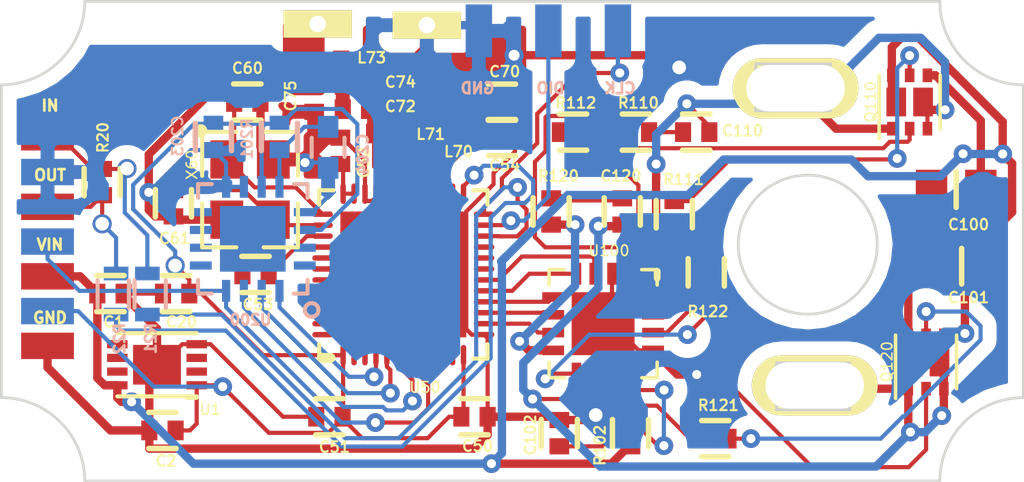
<source format=kicad_pcb>
(kicad_pcb (version 4) (host pcbnew "(2015-08-28 BZR 6132)-product")
  (layers (0 Top signal) (31 Bottom signal) (34 B.Paste user hide) (35 F.Paste user hide) (36 B.SilkS user) (37 F.SilkS user) (38 B.Mask user hide) (39 F.Mask user hide) (44 Edge.Cuts user))
  (net 0 "")
  (net 1 AVDD)
  (net 2 GND)
  (net 3 "Net-(C53-Pad1)")
  (net 4 "Net-(C54-Pad1)")
  (net 5 "Net-(C60-Pad1)")
  (net 6 "Net-(C61-Pad1)")
  (net 7 "Net-(C70-Pad1)")
  (net 8 "Net-(C72-Pad1)")
  (net 9 "Net-(C72-Pad2)")
  (net 10 "Net-(C102-Pad1)")
  (net 11 "Net-(C110-Pad1)")
  (net 12 "Net-(C120-Pad1)")
  (net 13 "Net-(JP2-Pad3)")
  (net 14 "Net-(JP2-Pad4)")
  (net 15 "Net-(JP4-Pad2)")
  (net 16 "Net-(JP4-Pad1)")
  (net 17 "Net-(JP5-Pad2)")
  (net 18 "Net-(Q110-Pad2)")
  (net 19 "Net-(Q110-Pad5)")
  (net 20 "Net-(Q120-Pad2)")
  (net 21 "Net-(Q120-Pad5)")
  (net 22 /UNIPOLAR_INPUT)
  (net 23 /UNIPOLAR_OUTPUT)
  (net 24 "Net-(R110-Pad1)")
  (net 25 "Net-(R111-Pad1)")
  (net 26 "Net-(R112-Pad1)")
  (net 27 "Net-(R120-Pad1)")
  (net 28 "Net-(R121-Pad1)")
  (net 29 "Net-(R122-Pad1)")
  (net 30 "Net-(U200-Pad3)")
  (net 31 "Net-(U200-Pad2)")
  (net 32 "Net-(U200-Pad1)")
  (net 33 "Net-(U100-Pad3)")
  (net 34 "Net-(U100-Pad4)")
  (net 35 "Net-(U100-Pad5)")
  (net 36 "Net-(U100-Pad6)")
  (net 37 "Net-(U100-Pad7)")
  (net 38 "Net-(C204-Pad2)")
  (net 39 /PWR_IN)
  (net 40 /PWR_MotorB)
  (net 41 /PWR_MotorA)
  (net 42 VDD)
  (net 43 "Net-(C75-Pad1)")
  (net 44 "Net-(L70-Pad1)")
  (module parts_servo:0402-B (layer Top) (at 144.907 101.854)
    (fp_text reference L70 (at 1.016 0.127) (layer F.SilkS) (effects (font (size 0.38608 0.38608) (thickness 0.077216)) (justify left bottom)))
    (fp_text value 10nH hide)
    (pad 1 smd rect (at -0.48 0) (size 0.59 0.72) (layers Top F.Paste F.Mask) (net 44 "Net-(L70-Pad1)"))
    (pad 2 smd rect (at 0.48 0) (size 0.59 0.72) (layers Top F.Paste F.Mask) (net 7 "Net-(C70-Pad1)"))
  )
  (module parts_servo:0402-B (layer Top) (at 142.180331 101.727 90)
    (fp_text reference C52 (at -1.046319 1.075669 90) (layer F.SilkS) (effects (font (size 0.38608 0.38608) (thickness 0.077216)) (justify left bottom)))
    (fp_text value 0.001uF hide)
    (pad 1 smd rect (at -0.48 0 90) (size 0.59 0.72) (layers Top F.Paste F.Mask) (net 1 AVDD))
    (pad 2 smd rect (at 0.48 0 90) (size 0.59 0.72) (layers Top F.Paste F.Mask) (net 2 GND))
  )
  (module parts_servo:0402-B (layer Top) (at 143.891 101.092)
    (fp_text reference L71 (at 1.016 0.254) (layer F.SilkS) (effects (font (size 0.38608 0.38608) (thickness 0.077216)) (justify left bottom)))
    (fp_text value 4.7nH hide)
    (pad 1 smd rect (at -0.48 0) (size 0.59 0.72) (layers Top F.Paste F.Mask) (net 8 "Net-(C72-Pad1)"))
    (pad 2 smd rect (at 0.48 0) (size 0.59 0.72) (layers Top F.Paste F.Mask) (net 44 "Net-(L70-Pad1)"))
  )
  (module parts_servo:0402-B (layer Top) (at 141.224 99.822 270)
    (fp_text reference C75 (at 0.508 0.635 270) (layer F.SilkS) (effects (font (size 0.38608 0.38608) (thickness 0.077216)) (justify left bottom)))
    (fp_text value 1.5pF hide)
    (pad 1 smd rect (at -0.48 0 270) (size 0.59 0.72) (layers Top F.Paste F.Mask) (net 43 "Net-(C75-Pad1)"))
    (pad 2 smd rect (at 0.48 0 270) (size 0.59 0.72) (layers Top F.Paste F.Mask) (net 2 GND))
  )
  (module parts_servo:0402-B (layer Top) (at 141.732 98.425)
    (fp_text reference L73 (at 1.016 0.127) (layer F.SilkS) (effects (font (size 0.38608 0.38608) (thickness 0.077216)) (justify left bottom)))
    (fp_text value 3.3nH hide)
    (pad 1 smd rect (at -0.48 0) (size 0.59 0.72) (layers Top F.Paste F.Mask) (net 43 "Net-(C75-Pad1)"))
    (pad 2 smd rect (at 0.48 0) (size 0.59 0.72) (layers Top F.Paste F.Mask) (net 9 "Net-(C72-Pad2)"))
  )
  (module parts_servo:0402-B (layer Top) (at 142.748 99.314)
    (fp_text reference C74 (at 1.016 0.127) (layer F.SilkS) (effects (font (size 0.38608 0.38608) (thickness 0.077216)) (justify left bottom)))
    (fp_text value 1pF hide)
    (pad 1 smd rect (at -0.48 0) (size 0.59 0.72) (layers Top F.Paste F.Mask) (net 9 "Net-(C72-Pad2)"))
    (pad 2 smd rect (at 0.48 0) (size 0.59 0.72) (layers Top F.Paste F.Mask) (net 2 GND))
  )
  (module parts_servo:0402-B (layer Top) (at 142.748 100.203 180)
    (fp_text reference C72 (at -1.016 -0.127 180) (layer F.SilkS) (effects (font (size 0.38608 0.38608) (thickness 0.077216)) (justify left bottom)))
    (fp_text value 2,2pF hide)
    (pad 1 smd rect (at -0.48 0 180) (size 0.59 0.72) (layers Top F.Paste F.Mask) (net 8 "Net-(C72-Pad1)"))
    (pad 2 smd rect (at 0.48 0 180) (size 0.59 0.72) (layers Top F.Paste F.Mask) (net 9 "Net-(C72-Pad2)"))
  )
  (module parts_servo:NRF51822 (layer Top) (at 144.480331 106.242681 90)
    (fp_text reference U50 (at -3.9 1.4 360) (layer F.SilkS) (effects (font (size 0.38608 0.38608) (thickness 0.057912)) (justify right top)))
    (fp_text value NRF51822 hide)
    (pad 6 smd oval (at -2.95 -0.2 90) (size 0.75 0.2) (layers Top F.Paste F.Mask) (net 30 "Net-(U200-Pad3)"))
    (pad 42 smd oval (at 0.2 -2.95 90) (size 0.2 0.75) (layers Top F.Paste F.Mask))
    (pad 19 smd oval (at 0.2 2.95 90) (size 0.2 0.75) (layers Top F.Paste F.Mask))
    (pad 31 smd oval (at 2.95 -0.2 90) (size 0.75 0.2) (layers Top F.Paste F.Mask) (net 44 "Net-(L70-Pad1)"))
    (pad 5 smd oval (at -2.95 -0.6 90) (size 0.75 0.2) (layers Top F.Paste F.Mask) (net 31 "Net-(U200-Pad2)"))
    (pad 4 smd oval (at -2.95 -1 90) (size 0.75 0.2) (layers Top F.Paste F.Mask) (net 32 "Net-(U200-Pad1)"))
    (pad 3 smd oval (at -2.95 -1.4 90) (size 0.75 0.2) (layers Top F.Paste F.Mask))
    (pad 2 smd oval (at -2.95 -1.8 90) (size 0.75 0.2) (layers Top F.Paste F.Mask))
    (pad 1 smd oval (at -2.95 -2.2 90) (size 0.75 0.2) (layers Top F.Paste F.Mask) (net 42 VDD))
    (pad 7 smd oval (at -2.95 0.2 90) (size 0.75 0.2) (layers Top F.Paste F.Mask) (net 17 "Net-(JP5-Pad2)"))
    (pad 8 smd oval (at -2.95 0.6 90) (size 0.75 0.2) (layers Top F.Paste F.Mask))
    (pad 9 smd oval (at -2.95 1 90) (size 0.75 0.2) (layers Top F.Paste F.Mask))
    (pad 10 smd oval (at -2.95 1.4 90) (size 0.75 0.2) (layers Top F.Paste F.Mask))
    (pad 11 smd oval (at -2.95 1.8 90) (size 0.75 0.2) (layers Top F.Paste F.Mask))
    (pad 12 smd oval (at -2.95 2.2 90) (size 0.75 0.2) (layers Top F.Paste F.Mask) (net 42 VDD))
    (pad 43 smd oval (at -0.2 -2.95 90) (size 0.2 0.75) (layers Top F.Paste F.Mask))
    (pad 44 smd oval (at -0.6 -2.95 90) (size 0.2 0.75) (layers Top F.Paste F.Mask))
    (pad 45 smd oval (at -1 -2.95 90) (size 0.2 0.75) (layers Top F.Paste F.Mask))
    (pad 46 smd oval (at -1.4 -2.95 90) (size 0.2 0.75) (layers Top F.Paste F.Mask))
    (pad 47 smd oval (at -1.8 -2.95 90) (size 0.2 0.75) (layers Top F.Paste F.Mask))
    (pad 48 smd oval (at -2.2 -2.95 90) (size 0.2 0.75) (layers Top F.Paste F.Mask))
    (pad 41 smd oval (at 0.6 -2.95 90) (size 0.2 0.75) (layers Top F.Paste F.Mask))
    (pad 40 smd oval (at 1 -2.95 90) (size 0.2 0.75) (layers Top F.Paste F.Mask))
    (pad 39 smd oval (at 1.4 -2.95 90) (size 0.2 0.75) (layers Top F.Paste F.Mask) (net 3 "Net-(C53-Pad1)"))
    (pad 38 smd oval (at 1.8 -2.95 90) (size 0.2 0.75) (layers Top F.Paste F.Mask) (net 6 "Net-(C61-Pad1)"))
    (pad 37 smd oval (at 2.2 -2.95 90) (size 0.2 0.75) (layers Top F.Paste F.Mask) (net 5 "Net-(C60-Pad1)"))
    (pad 32 smd oval (at 2.95 -0.6 90) (size 0.75 0.2) (layers Top F.Paste F.Mask) (net 8 "Net-(C72-Pad1)"))
    (pad 33 smd oval (at 2.95 -1 90) (size 0.75 0.2) (layers Top F.Paste F.Mask) (net 2 GND))
    (pad 34 smd oval (at 2.95 -1.4 90) (size 0.75 0.2) (layers Top F.Paste F.Mask) (net 2 GND))
    (pad 35 smd oval (at 2.95 -1.8 90) (size 0.75 0.2) (layers Top F.Paste F.Mask) (net 1 AVDD))
    (pad 36 smd oval (at 2.95 -2.2 90) (size 0.75 0.2) (layers Top F.Paste F.Mask) (net 1 AVDD))
    (pad 30 smd oval (at 2.95 0.2 90) (size 0.75 0.2) (layers Top F.Paste F.Mask) (net 7 "Net-(C70-Pad1)"))
    (pad 29 smd oval (at 2.95 0.6 90) (size 0.75 0.2) (layers Top F.Paste F.Mask) (net 4 "Net-(C54-Pad1)"))
    (pad 28 smd oval (at 2.95 1 90) (size 0.75 0.2) (layers Top F.Paste F.Mask))
    (pad 27 smd oval (at 2.95 1.4 90) (size 0.75 0.2) (layers Top F.Paste F.Mask))
    (pad 26 smd oval (at 2.95 1.8 90) (size 0.75 0.2) (layers Top F.Paste F.Mask))
    (pad 25 smd oval (at 2.95 2.2 90) (size 0.75 0.2) (layers Top F.Paste F.Mask) (net 23 /UNIPOLAR_OUTPUT))
    (pad 20 smd oval (at 0.6 2.95 90) (size 0.2 0.75) (layers Top F.Paste F.Mask))
    (pad 21 smd oval (at 1 2.95 90) (size 0.2 0.75) (layers Top F.Paste F.Mask))
    (pad 22 smd oval (at 1.4 2.95 90) (size 0.2 0.75) (layers Top F.Paste F.Mask) (net 22 /UNIPOLAR_INPUT))
    (pad 23 smd oval (at 1.8 2.95 90) (size 0.2 0.75) (layers Top F.Paste F.Mask) (net 15 "Net-(JP4-Pad2)"))
    (pad 24 smd oval (at 2.2 2.95 90) (size 0.2 0.75) (layers Top F.Paste F.Mask) (net 16 "Net-(JP4-Pad1)"))
    (pad 18 smd oval (at -0.2 2.95 90) (size 0.2 0.75) (layers Top F.Paste F.Mask) (net 33 "Net-(U100-Pad3)"))
    (pad 17 smd oval (at -0.6 2.95 90) (size 0.2 0.75) (layers Top F.Paste F.Mask) (net 34 "Net-(U100-Pad4)"))
    (pad 16 smd oval (at -1 2.95 90) (size 0.2 0.75) (layers Top F.Paste F.Mask) (net 35 "Net-(U100-Pad5)"))
    (pad 15 smd oval (at -1.4 2.95 90) (size 0.2 0.75) (layers Top F.Paste F.Mask) (net 36 "Net-(U100-Pad6)"))
    (pad 14 smd oval (at -1.8 2.95 90) (size 0.2 0.75) (layers Top F.Paste F.Mask) (net 37 "Net-(U100-Pad7)"))
    (pad 13 smd oval (at -2.2 2.95 90) (size 0.2 0.75) (layers Top F.Paste F.Mask) (net 2 GND))
    (pad PAD smd rect (at 0 0 90) (size 4.6 4.6) (layers Top F.Mask) (net 2 GND))
  )
  (module parts_servo:AS5050 (layer Bottom) (at 138.980331 104.942681 90)
    (fp_text reference U200 (at -2.957319 -0.080331 180) (layer B.SilkS) (effects (font (size 0.386 0.386) (thickness 0.0965)) (justify mirror)))
    (fp_text value AS5050 hide)
    (pad PAD smd rect (at 0 0 90) (size 2.4 2.4) (layers Bottom B.Mask))
    (pad 1 smd rect (at -1.9 0.975 90) (size 0.8 0.3) (layers Bottom B.Paste B.Mask) (net 32 "Net-(U200-Pad1)"))
    (pad 2 smd rect (at -1.9 0.325 90) (size 0.8 0.3) (layers Bottom B.Paste B.Mask) (net 31 "Net-(U200-Pad2)"))
    (pad 3 smd rect (at -1.9 -0.325 90) (size 0.8 0.3) (layers Bottom B.Paste B.Mask) (net 30 "Net-(U200-Pad3)"))
    (pad 4 smd rect (at -1.9 -0.975 90) (size 0.8 0.3) (layers Bottom B.Paste B.Mask) (net 17 "Net-(JP5-Pad2)"))
    (pad 5 smd rect (at -0.975 -1.9 90) (size 0.3 0.8) (layers Bottom B.Paste B.Mask))
    (pad 6 smd rect (at -0.325 -1.9 90) (size 0.3 0.8) (layers Bottom B.Paste B.Mask))
    (pad 7 smd rect (at 0.325 -1.9 90) (size 0.3 0.8) (layers Bottom B.Paste B.Mask))
    (pad 8 smd rect (at 0.975 -1.9 90) (size 0.3 0.8) (layers Bottom B.Paste B.Mask))
    (pad 9 smd rect (at 1.9 -0.975 90) (size 0.8 0.3) (layers Bottom B.Paste B.Mask) (net 2 GND))
    (pad 10 smd rect (at 1.9 -0.325 90) (size 0.8 0.3) (layers Bottom B.Paste B.Mask) (net 2 GND))
    (pad 11 smd rect (at 1.9 0.325 90) (size 0.8 0.3) (layers Bottom B.Paste B.Mask) (net 42 VDD))
    (pad 12 smd rect (at 1.9 0.975 90) (size 0.8 0.3) (layers Bottom B.Paste B.Mask) (net 38 "Net-(C204-Pad2)"))
    (pad 13 smd rect (at 0.975 1.9 90) (size 0.3 0.8) (layers Bottom B.Paste B.Mask) (net 2 GND))
    (pad 14 smd rect (at 0.325 1.9 90) (size 0.3 0.8) (layers Bottom B.Paste B.Mask) (net 42 VDD))
    (pad 15 smd rect (at -0.325 1.9 90) (size 0.3 0.8) (layers Bottom B.Paste B.Mask))
    (pad 16 smd rect (at -0.975 1.9 90) (size 0.3 0.8) (layers Bottom B.Paste B.Mask))
  )
  (module "parts_servo:TESTPOINT-(1X1)CREAMED" (layer Top) (at 145.9865 97.536 180)
    (fp_text reference TP1 hide)
    (fp_text value ANT1 hide)
    (pad TP thru_hole rect (at 0.647319 0.400331 180) (size 2.5 1) (drill 0.6) (layers *.Cu *.Mask F.SilkS) (net 2 GND))
  )
  (module parts_servo:SMDMOTOR (layer Top) (at 159.512 110.2995)
    (fp_text reference JP1 hide)
    (fp_text value M01 hide)
    (pad 1 thru_hole oval (at 0 0) (size 4.6 2.2) (drill oval 3.6 1.7) (layers *.Cu *.Mask F.SilkS) (net 41 /PWR_MotorA))
  )
  (module parts_servo:SMDMOTOR (layer Top) (at 158.8135 99.441)
    (fp_text reference JP3 hide)
    (fp_text value M01 hide)
    (pad 1 thru_hole oval (at 0 0) (size 4.6 2.2) (drill oval 3.6 1.7) (layers *.Cu *.Mask F.SilkS) (net 40 /PWR_MotorB))
  )
  (module parts_servo:SMD_1X3_PADS (layer Bottom) (at 149.780331 97.342681 90)
    (fp_text reference JP4 hide)
    (fp_text value SWD hide)
    (pad 2 smd rect (at 0 0 90) (size 1.9304 0.9652) (layers Bottom B.Paste B.Mask) (net 15 "Net-(JP4-Pad2)"))
    (pad 1 smd rect (at 0 2.54 90) (size 1.9304 0.9652) (layers Bottom B.Paste B.Mask) (net 16 "Net-(JP4-Pad1)"))
    (pad 3 smd rect (at 0 -2.54 90) (size 1.9304 0.9652) (layers Bottom B.Paste B.Mask) (net 2 GND))
  )
  (module parts_servo:0402-B (layer Top) (at 133.780331 106.942681)
    (fp_text reference C1 (at -0.303331 1.261319) (layer F.SilkS) (effects (font (size 0.38608 0.38608) (thickness 0.077216)) (justify left bottom)))
    (fp_text value "1uF 10V" hide)
    (pad 1 smd rect (at -0.48 0) (size 0.59 0.72) (layers Top F.Paste F.Mask) (net 39 /PWR_IN))
    (pad 2 smd rect (at 0.48 0) (size 0.59 0.72) (layers Top F.Paste F.Mask) (net 2 GND))
  )
  (module parts_servo:0402-B (layer Top) (at 135.680331 111.942681 180)
    (fp_text reference C2 (at 0.298331 -1.341319 180) (layer F.SilkS) (effects (font (size 0.38608 0.38608) (thickness 0.077216)) (justify left bottom)))
    (fp_text value 1uF hide)
    (pad 1 smd rect (at -0.48 0 180) (size 0.59 0.72) (layers Top F.Paste F.Mask) (net 42 VDD))
    (pad 2 smd rect (at 0.48 0 180) (size 0.59 0.72) (layers Top F.Paste F.Mask) (net 2 GND))
  )
  (module parts_servo:0402-B (layer Top) (at 136.180331 106.942681 180)
    (fp_text reference C20 (at 0.417331 -1.261319 180) (layer F.SilkS) (effects (font (size 0.38608 0.38608) (thickness 0.077216)) (justify left bottom)))
    (fp_text value 0.1uF hide)
    (pad 1 smd rect (at -0.48 0 180) (size 0.59 0.72) (layers Top F.Paste F.Mask) (net 42 VDD))
    (pad 2 smd rect (at 0.48 0 180) (size 0.59 0.72) (layers Top F.Paste F.Mask) (net 2 GND))
  )
  (module parts_servo:0402-B (layer Top) (at 147.080331 111.442681)
    (fp_text reference C50 (at -0.5 1.3) (layer F.SilkS) (effects (font (size 0.38608 0.38608) (thickness 0.077216)) (justify left bottom)))
    (fp_text value 0.1uF hide)
    (pad 1 smd rect (at -0.48 0) (size 0.59 0.72) (layers Top F.Paste F.Mask) (net 42 VDD))
    (pad 2 smd rect (at 0.48 0) (size 0.59 0.72) (layers Top F.Paste F.Mask) (net 2 GND))
  )
  (module parts_servo:0402-B (layer Top) (at 141.780331 111.442681 180)
    (fp_text reference C51 (at 0.429331 -1.333319 180) (layer F.SilkS) (effects (font (size 0.38608 0.38608) (thickness 0.077216)) (justify left bottom)))
    (fp_text value 0.1uF hide)
    (pad 1 smd rect (at -0.48 0 180) (size 0.59 0.72) (layers Top F.Paste F.Mask) (net 42 VDD))
    (pad 2 smd rect (at 0.48 0 180) (size 0.59 0.72) (layers Top F.Paste F.Mask) (net 2 GND))
  )
  (module parts_servo:0402-B (layer Top) (at 139.080331 106.242681 180)
    (fp_text reference C53 (at 0.523331 -1.326319 180) (layer F.SilkS) (effects (font (size 0.38608 0.38608) (thickness 0.077216)) (justify left bottom)))
    (fp_text value 0.1uF hide)
    (pad 1 smd rect (at -0.48 0 180) (size 0.59 0.72) (layers Top F.Paste F.Mask) (net 3 "Net-(C53-Pad1)"))
    (pad 2 smd rect (at 0.48 0 180) (size 0.59 0.72) (layers Top F.Paste F.Mask) (net 2 GND))
  )
  (module parts_servo:0402-B (layer Top) (at 148.080331 101.242681)
    (fp_text reference C54 (at -0.506331 1.246319) (layer F.SilkS) (effects (font (size 0.38608 0.38608) (thickness 0.077216)) (justify left bottom)))
    (fp_text value 0.047uF hide)
    (pad 1 smd rect (at -0.48 0) (size 0.59 0.72) (layers Top F.Paste F.Mask) (net 4 "Net-(C54-Pad1)"))
    (pad 2 smd rect (at 0.48 0) (size 0.59 0.72) (layers Top F.Paste F.Mask) (net 2 GND))
  )
  (module parts_servo:0402-B (layer Top) (at 138.780331 99.942681)
    (fp_text reference C60 (at -0.604331 -1.009681 180) (layer F.SilkS) (effects (font (size 0.38608 0.38608) (thickness 0.077216)) (justify left bottom)))
    (fp_text value 8pF hide)
    (pad 1 smd rect (at -0.48 0) (size 0.59 0.72) (layers Top F.Paste F.Mask) (net 5 "Net-(C60-Pad1)"))
    (pad 2 smd rect (at 0.48 0) (size 0.59 0.72) (layers Top F.Paste F.Mask) (net 2 GND))
  )
  (module parts_servo:0402-B (layer Top) (at 136.080331 103.642681 270)
    (fp_text reference C61 (at 1.513319 0.571331 360) (layer F.SilkS) (effects (font (size 0.38608 0.38608) (thickness 0.077216)) (justify left bottom)))
    (fp_text value 8pF hide)
    (pad 1 smd rect (at -0.48 0 270) (size 0.59 0.72) (layers Top F.Paste F.Mask) (net 6 "Net-(C61-Pad1)"))
    (pad 2 smd rect (at 0.48 0 270) (size 0.59 0.72) (layers Top F.Paste F.Mask) (net 2 GND))
  )
  (module parts_servo:0402-B (layer Top) (at 148.082 99.949)
    (fp_text reference C70 (at -0.508 -0.889 180) (layer F.SilkS) (effects (font (size 0.38608 0.38608) (thickness 0.077216)) (justify left bottom)))
    (fp_text value 0.0022uF hide)
    (pad 1 smd rect (at -0.48 0) (size 0.59 0.72) (layers Top F.Paste F.Mask) (net 7 "Net-(C70-Pad1)"))
    (pad 2 smd rect (at 0.48 0) (size 0.59 0.72) (layers Top F.Paste F.Mask) (net 2 GND))
  )
  (module parts_servo:0805-B (layer Top) (at 164.680331 103.142681)
    (fp_text reference C100 (at -0.342331 1.505319) (layer F.SilkS) (effects (font (size 0.38608 0.38608) (thickness 0.077216)) (justify left bottom)))
    (fp_text value "10uF 10V" hide)
    (pad 1 smd rect (at -0.9 0) (size 1.15 1.45) (layers Top F.Paste F.Mask) (net 39 /PWR_IN))
    (pad 2 smd rect (at 0.9 0) (size 1.15 1.45) (layers Top F.Paste F.Mask) (net 2 GND))
  )
  (module parts_servo:0805-B (layer Top) (at 164.880331 105.942681 180)
    (fp_text reference C101 (at 0.542331 -1.372319 180) (layer F.SilkS) (effects (font (size 0.38608 0.38608) (thickness 0.077216)) (justify left bottom)))
    (fp_text value "10uF 10V" hide)
    (pad 1 smd rect (at -0.9 0 180) (size 1.15 1.45) (layers Top F.Paste F.Mask) (net 39 /PWR_IN))
    (pad 2 smd rect (at 0.9 0 180) (size 1.15 1.45) (layers Top F.Paste F.Mask) (net 2 GND))
  )
  (module parts_servo:0402-B (layer Top) (at 150.180331 112.042681 90)
    (fp_text reference C102 (at -0.860319 -0.828331 90) (layer F.SilkS) (effects (font (size 0.38608 0.38608) (thickness 0.077216)) (justify left bottom)))
    (fp_text value 1uF hide)
    (pad 1 smd rect (at -0.48 0 90) (size 0.59 0.72) (layers Top F.Paste F.Mask) (net 10 "Net-(C102-Pad1)"))
    (pad 2 smd rect (at 0.48 0 90) (size 0.59 0.72) (layers Top F.Paste F.Mask) (net 2 GND))
  )
  (module parts_servo:0402-B (layer Top) (at 155.180331 101.042681)
    (fp_text reference C110 (at 0.902669 0.176319) (layer F.SilkS) (effects (font (size 0.38608 0.38608) (thickness 0.077216)) (justify left bottom)))
    (fp_text value 1uF hide)
    (pad 1 smd rect (at -0.48 0) (size 0.59 0.72) (layers Top F.Paste F.Mask) (net 11 "Net-(C110-Pad1)"))
    (pad 2 smd rect (at 0.48 0) (size 0.59 0.72) (layers Top F.Paste F.Mask) (net 40 /PWR_MotorB))
  )
  (module parts_servo:0402-B (layer Top) (at 152.480331 103.942681 270)
    (fp_text reference C120 (at -1.072681 0.842331 360) (layer F.SilkS) (effects (font (size 0.38608 0.38608) (thickness 0.077216)) (justify left bottom)))
    (fp_text value 1uF hide)
    (pad 1 smd rect (at -0.48 0 270) (size 0.59 0.72) (layers Top F.Paste F.Mask) (net 12 "Net-(C120-Pad1)"))
    (pad 2 smd rect (at 0.48 0 270) (size 0.59 0.72) (layers Top F.Paste F.Mask) (net 41 /PWR_MotorA))
  )
  (module parts_servo:0402-B (layer Bottom) (at 137.541 101.219 270)
    (fp_text reference C203 (at -0.8255 1.0795 270) (layer B.SilkS) (effects (font (size 0.38608 0.38608) (thickness 0.077216)) (justify left bottom mirror)))
    (fp_text value 0.1uF hide)
    (pad 1 smd rect (at -0.48 0 270) (size 0.59 0.72) (layers Bottom B.Paste B.Mask) (net 42 VDD))
    (pad 2 smd rect (at 0.48 0 270) (size 0.59 0.72) (layers Bottom B.Paste B.Mask) (net 2 GND))
  )
  (module parts_servo:SMD_1X4_HEADER (layer Top) (at 131.480331 105.042681 180)
    (fp_text reference JP2 hide)
    (fp_text value Input hide)
    (pad 2 smd rect (at 0 -1.27 180) (size 1.9304 0.9652) (layers Top F.Paste F.Mask) (net 39 /PWR_IN))
    (pad 1 smd rect (at 0 -3.81 180) (size 1.9304 0.9652) (layers Top F.Paste F.Mask) (net 2 GND))
    (pad 3 smd rect (at 0 1.27 180) (size 1.9304 0.9652) (layers Top F.Paste F.Mask) (net 13 "Net-(JP2-Pad3)"))
    (pad 4 smd rect (at 0 3.81 180) (size 1.9304 0.9652) (layers Top F.Paste F.Mask) (net 14 "Net-(JP2-Pad4)"))
  )
  (module parts_servo:SMD_1X3_PADS (layer Bottom) (at 131.480331 105.042681 180)
    (fp_text reference JP5 hide)
    (fp_text value POT hide)
    (pad 2 smd rect (at 0 0 180) (size 1.9304 0.9652) (layers Bottom B.Paste B.Mask) (net 17 "Net-(JP5-Pad2)"))
    (pad 1 smd rect (at 0 2.54 180) (size 1.9304 0.9652) (layers Bottom B.Paste B.Mask) (net 2 GND))
    (pad 3 smd rect (at 0 -2.54 180) (size 1.9304 0.9652) (layers Bottom B.Paste B.Mask) (net 42 VDD))
  )
  (module parts_servo:0402-B (layer Top) (at 133.477 102.87 270)
    (fp_text reference R20 (at -1.016 -0.254 270) (layer F.SilkS) (effects (font (size 0.38608 0.38608) (thickness 0.077216)) (justify left bottom)))
    (fp_text value "120 (np)" hide)
    (pad 1 smd rect (at -0.48 0 270) (size 0.59 0.72) (layers Top F.Paste F.Mask) (net 14 "Net-(JP2-Pad4)"))
    (pad 2 smd rect (at 0.48 0 270) (size 0.59 0.72) (layers Top F.Paste F.Mask) (net 13 "Net-(JP2-Pad3)"))
  )
  (module parts_servo:0402-B (layer Top) (at 152.780331 112.042681 270)
    (fp_text reference R102 (at 1.241319 0.888331 270) (layer F.SilkS) (effects (font (size 0.38608 0.38608) (thickness 0.077216)) (justify left bottom)))
    (fp_text value 2.2 hide)
    (pad 1 smd rect (at -0.48 0 270) (size 0.59 0.72) (layers Top F.Paste F.Mask) (net 10 "Net-(C102-Pad1)"))
    (pad 2 smd rect (at 0.48 0 270) (size 0.59 0.72) (layers Top F.Paste F.Mask) (net 39 /PWR_IN))
  )
  (module parts_servo:0402-B (layer Top) (at 152.980331 101.042681)
    (fp_text reference R110 (at -0.707331 -0.839681) (layer F.SilkS) (effects (font (size 0.38608 0.38608) (thickness 0.077216)) (justify left bottom)))
    (fp_text value 1 hide)
    (pad 1 smd rect (at -0.48 0) (size 0.59 0.72) (layers Top F.Paste F.Mask) (net 24 "Net-(R110-Pad1)"))
    (pad 2 smd rect (at 0.48 0) (size 0.59 0.72) (layers Top F.Paste F.Mask) (net 11 "Net-(C110-Pad1)"))
  )
  (module parts_servo:0402-B (layer Top) (at 154.380331 104.042681 90)
    (fp_text reference R111 (at 1.045681 -0.456331 180) (layer F.SilkS) (effects (font (size 0.38608 0.38608) (thickness 0.077216)) (justify left bottom)))
    (fp_text value 2.2 hide)
    (pad 1 smd rect (at -0.48 0 90) (size 0.59 0.72) (layers Top F.Paste F.Mask) (net 25 "Net-(R111-Pad1)"))
    (pad 2 smd rect (at 0.48 0 90) (size 0.59 0.72) (layers Top F.Paste F.Mask) (net 19 "Net-(Q110-Pad5)"))
  )
  (module parts_servo:0402-B (layer Top) (at 150.680331 101.042681)
    (fp_text reference R112 (at -0.693331 -0.839681) (layer F.SilkS) (effects (font (size 0.38608 0.38608) (thickness 0.077216)) (justify left bottom)))
    (fp_text value 2.2 hide)
    (pad 1 smd rect (at -0.48 0) (size 0.59 0.72) (layers Top F.Paste F.Mask) (net 26 "Net-(R112-Pad1)"))
    (pad 2 smd rect (at 0.48 0) (size 0.59 0.72) (layers Top F.Paste F.Mask) (net 18 "Net-(Q110-Pad2)"))
  )
  (module parts_servo:0402-B (layer Top) (at 149.880331 103.942681 90)
    (fp_text reference R120 (at 1.072681 -0.528331 180) (layer F.SilkS) (effects (font (size 0.38608 0.38608) (thickness 0.077216)) (justify left bottom)))
    (fp_text value 1 hide)
    (pad 1 smd rect (at -0.48 0 90) (size 0.59 0.72) (layers Top F.Paste F.Mask) (net 27 "Net-(R120-Pad1)"))
    (pad 2 smd rect (at 0.48 0 90) (size 0.59 0.72) (layers Top F.Paste F.Mask) (net 12 "Net-(C120-Pad1)"))
  )
  (module parts_servo:0402-B (layer Top) (at 155.880331 112.242681)
    (fp_text reference R121 (at -0.686331 -0.990681) (layer F.SilkS) (effects (font (size 0.38608 0.38608) (thickness 0.077216)) (justify left bottom)))
    (fp_text value 2.2 hide)
    (pad 1 smd rect (at -0.48 0) (size 0.59 0.72) (layers Top F.Paste F.Mask) (net 28 "Net-(R121-Pad1)"))
    (pad 2 smd rect (at 0.48 0) (size 0.59 0.72) (layers Top F.Paste F.Mask) (net 21 "Net-(Q120-Pad5)"))
  )
  (module parts_servo:0402-B (layer Top) (at 155.548231 106.167081 90)
    (fp_text reference R122 (at -1.655919 -0.735231 180) (layer F.SilkS) (effects (font (size 0.38608 0.38608) (thickness 0.077216)) (justify left bottom)))
    (fp_text value 2.2 hide)
    (pad 1 smd rect (at -0.48 0 90) (size 0.59 0.72) (layers Top F.Paste F.Mask) (net 29 "Net-(R122-Pad1)"))
    (pad 2 smd rect (at 0.48 0 90) (size 0.59 0.72) (layers Top F.Paste F.Mask) (net 20 "Net-(Q120-Pad2)"))
  )
  (module parts_servo:0402-B (layer Bottom) (at 139.954 101.219 90)
    (fp_text reference R201 (at 0.727669 -0.958681 90) (layer B.SilkS) (effects (font (size 0.38608 0.38608) (thickness 0.077216)) (justify left bottom mirror)))
    (fp_text value 15 hide)
    (pad 1 smd rect (at -0.48 0 90) (size 0.59 0.72) (layers Bottom B.Paste B.Mask) (net 38 "Net-(C204-Pad2)"))
    (pad 2 smd rect (at 0.48 0 90) (size 0.59 0.72) (layers Bottom B.Paste B.Mask) (net 42 VDD))
  )
  (module "parts_servo:TESTPOINT-(1X1)CREAMED" (layer Top) (at 141.351 97.0915)
    (fp_text reference TP2 hide)
    (fp_text value ANT_FEED hide)
    (pad TP thru_hole rect (at 0 0) (size 2.5 1) (drill 0.6) (layers *.Cu *.Mask F.SilkS) (net 43 "Net-(C75-Pad1)"))
  )
  (module "parts_servo:CRYSTAL-3.2X2.5(4_TERMINAL)" (layer Top) (at 138.880331 103.142681 270)
    (fp_text reference X60 (at -1.5 2.35 450) (layer F.SilkS) (effects (font (size 0.38608 0.38608) (thickness 0.057912)) (justify right top)))
    (fp_text value 16MHz hide)
    (pad 1 smd rect (at -1.1 0.85 270) (size 1.4 1.2) (layers Top F.Paste F.Mask) (net 5 "Net-(C60-Pad1)"))
    (pad 4 smd rect (at -1.1 -0.85 270) (size 1.4 1.2) (layers Top F.Paste F.Mask) (net 2 GND))
    (pad 3 smd rect (at 1.1 -0.85 90) (size 1.4 1.2) (layers Top F.Paste F.Mask) (net 6 "Net-(C61-Pad1)"))
    (pad 2 smd rect (at 1.1 0.85 90) (size 1.4 1.2) (layers Top F.Paste F.Mask) (net 2 GND))
  )
  (module parts_servo:PMDPB28UN (layer Top) (at 162.980331 99.942681 90)
    (fp_text reference Q110 (at 0.8 -1.65 90) (layer F.SilkS) (effects (font (size 0.38608 0.38608) (thickness 0.057912)) (justify right top)))
    (fp_text value NFET-DUAL hide)
    (pad P7 smd rect (at 0 -0.49 90) (size 1.05 0.72) (layers Top F.Paste F.Mask) (net 39 /PWR_IN))
    (pad P8 smd rect (at 0 0.49 90) (size 1.05 0.72) (layers Top F.Paste F.Mask) (net 40 /PWR_MotorB))
    (pad 2 smd rect (at -0.975 0 90) (size 0.5 0.35) (layers Top F.Paste F.Mask) (net 18 "Net-(Q110-Pad2)"))
    (pad 5 smd rect (at 0.975 0 90) (size 0.5 0.35) (layers Top F.Paste F.Mask) (net 19 "Net-(Q110-Pad5)"))
    (pad 1 smd rect (at -0.975 -0.65 90) (size 0.5 0.35) (layers Top F.Paste F.Mask) (net 40 /PWR_MotorB))
    (pad 3 smd rect (at -0.975 0.65 90) (size 0.5 0.35) (layers Top F.Paste F.Mask) (net 40 /PWR_MotorB))
    (pad 4 smd rect (at 0.975 0.65 90) (size 0.5 0.35) (layers Top F.Paste F.Mask) (net 2 GND))
    (pad 6 smd rect (at 0.975 -0.65 90) (size 0.5 0.35) (layers Top F.Paste F.Mask) (net 39 /PWR_IN))
  )
  (module parts_servo:PMDPB28UN (layer Top) (at 163.580331 109.442681 90)
    (fp_text reference Q120 (at 0.8 -1.65 90) (layer F.SilkS) (effects (font (size 0.38608 0.38608) (thickness 0.057912)) (justify right top)))
    (fp_text value NFET-DUAL hide)
    (pad P7 smd rect (at 0 -0.49 90) (size 1.05 0.72) (layers Top F.Paste F.Mask) (net 39 /PWR_IN))
    (pad P8 smd rect (at 0 0.49 90) (size 1.05 0.72) (layers Top F.Paste F.Mask) (net 41 /PWR_MotorA))
    (pad 2 smd rect (at -0.975 0 90) (size 0.5 0.35) (layers Top F.Paste F.Mask) (net 20 "Net-(Q120-Pad2)"))
    (pad 5 smd rect (at 0.975 0 90) (size 0.5 0.35) (layers Top F.Paste F.Mask) (net 21 "Net-(Q120-Pad5)"))
    (pad 1 smd rect (at -0.975 -0.65 90) (size 0.5 0.35) (layers Top F.Paste F.Mask) (net 41 /PWR_MotorA))
    (pad 3 smd rect (at -0.975 0.65 90) (size 0.5 0.35) (layers Top F.Paste F.Mask) (net 41 /PWR_MotorA))
    (pad 4 smd rect (at 0.975 0.65 90) (size 0.5 0.35) (layers Top F.Paste F.Mask) (net 2 GND))
    (pad 6 smd rect (at 0.975 -0.65 90) (size 0.5 0.35) (layers Top F.Paste F.Mask) (net 39 /PWR_IN))
  )
  (module parts_servo:MCP1703 (layer Top) (at 135.480331 109.542681 180)
    (fp_text reference U1 (at -1.519669 -1.857319 360) (layer F.SilkS) (effects (font (size 0.38608 0.38608) (thickness 0.057912)) (justify left bottom)))
    (fp_text value MCP1703-3302 hide)
    (pad 2 smd rect (at -1.45 -0.25 180) (size 0.75 0.3) (layers Top F.Paste F.Mask))
    (pad 7 smd rect (at 1.45 -0.25 180) (size 0.75 0.3) (layers Top F.Paste F.Mask))
    (pad PAD smd rect (at 0 0 180) (size 1.75 1.45) (layers Top F.Mask) (net 2 GND))
    (pad 3 smd rect (at -1.45 0.25 180) (size 0.75 0.3) (layers Top F.Paste F.Mask))
    (pad 4 smd rect (at -1.45 0.75 180) (size 0.75 0.3) (layers Top F.Paste F.Mask) (net 2 GND))
    (pad 1 smd rect (at -1.45 -0.75 180) (size 0.75 0.3) (layers Top F.Paste F.Mask) (net 42 VDD))
    (pad 8 smd rect (at 1.45 -0.75 180) (size 0.75 0.3) (layers Top F.Paste F.Mask) (net 39 /PWR_IN))
    (pad 6 smd rect (at 1.45 0.25 180) (size 0.75 0.3) (layers Top F.Paste F.Mask))
    (pad 5 smd rect (at 1.45 0.75 180) (size 0.75 0.3) (layers Top F.Paste F.Mask))
  )
  (module "parts_servo:QFN-16(4X4)+EP" (layer Top) (at 151.780331 108.042681 270)
    (fp_text reference U100 (at -2.442681 0.580331 360) (layer F.SilkS) (effects (font (size 0.38608 0.38608) (thickness 0.057912)) (justify left bottom)))
    (fp_text value RT9625A hide)
    (pad 3 smd rect (at -1.825 0.325 270) (size 0.8 0.35) (layers Top F.Paste F.Mask) (net 33 "Net-(U100-Pad3)"))
    (pad PAD smd rect (at 0 0 270) (size 2.3 2.3) (layers Top F.Mask) (net 2 GND))
    (pad 10 smd rect (at 1.825 0.325 270) (size 0.8 0.35) (layers Top F.Paste F.Mask) (net 41 /PWR_MotorA))
    (pad 15 smd rect (at -0.325 -1.825 270) (size 0.35 0.8) (layers Top F.Paste F.Mask) (net 40 /PWR_MotorB))
    (pad 7 smd rect (at 0.325 1.825 270) (size 0.35 0.8) (layers Top F.Paste F.Mask) (net 37 "Net-(U100-Pad7)"))
    (pad 2 smd rect (at -1.825 -0.325 270) (size 0.8 0.35) (layers Top F.Paste F.Mask) (net 2 GND))
    (pad 1 smd rect (at -1.825 -0.975 270) (size 0.8 0.35) (layers Top F.Paste F.Mask) (net 24 "Net-(R110-Pad1)"))
    (pad 4 smd rect (at -1.825 0.975 270) (size 0.8 0.35) (layers Top F.Paste F.Mask) (net 34 "Net-(U100-Pad4)"))
    (pad 6 smd rect (at -0.325 1.825 270) (size 0.35 0.8) (layers Top F.Paste F.Mask) (net 36 "Net-(U100-Pad6)"))
    (pad 5 smd rect (at -0.975 1.825 270) (size 0.35 0.8) (layers Top F.Paste F.Mask) (net 35 "Net-(U100-Pad5)"))
    (pad 8 smd rect (at 0.975 1.825 270) (size 0.35 0.8) (layers Top F.Paste F.Mask) (net 27 "Net-(R120-Pad1)"))
    (pad 9 smd rect (at 1.825 0.975 270) (size 0.8 0.35) (layers Top F.Paste F.Mask) (net 29 "Net-(R122-Pad1)"))
    (pad 11 smd rect (at 1.825 -0.325 270) (size 0.8 0.35) (layers Top F.Paste F.Mask) (net 28 "Net-(R121-Pad1)"))
    (pad 12 smd rect (at 1.825 -0.975 270) (size 0.8 0.35) (layers Top F.Paste F.Mask) (net 10 "Net-(C102-Pad1)"))
    (pad 14 smd rect (at 0.325 -1.825 270) (size 0.35 0.8) (layers Top F.Paste F.Mask) (net 25 "Net-(R111-Pad1)"))
    (pad 13 smd rect (at 0.975 -1.825 270) (size 0.35 0.8) (layers Top F.Paste F.Mask) (net 2 GND))
    (pad 16 smd rect (at -0.975 -1.825 270) (size 0.35 0.8) (layers Top F.Paste F.Mask) (net 26 "Net-(R112-Pad1)"))
  )
  (module Resistors_SMD:R_0603 (layer Bottom) (at 133.985 106.9594 270)
    (fp_text reference R22 (at 1.6256 -0.127 270) (layer B.SilkS) (effects (font (size 0.38608 0.38608) (thickness 0.09652)) (justify mirror)))
    (fp_text value "4.7K (np)")
    (pad 1 smd rect (at -0.75 0 270) (size 0.5 0.9) (layers Bottom B.Paste B.Mask) (net 13 "Net-(JP2-Pad3)"))
    (pad 2 smd rect (at 0.75 0 270) (size 0.5 0.9) (layers Bottom B.Paste B.Mask) (net 23 /UNIPOLAR_OUTPUT))
  )
  (module Resistors_SMD:R_0603 (layer Bottom) (at 135.128 106.9594 270)
    (fp_text reference R21 (at 1.6256 -0.127 270) (layer B.SilkS) (effects (font (size 0.38608 0.38608) (thickness 0.09652)) (justify mirror)))
    (fp_text value "4.7K (np)")
    (pad 1 smd rect (at -0.75 0 270) (size 0.5 0.9) (layers Bottom B.Paste B.Mask) (net 14 "Net-(JP2-Pad4)"))
    (pad 2 smd rect (at 0.75 0 270) (size 0.5 0.9) (layers Bottom B.Paste B.Mask) (net 22 /UNIPOLAR_INPUT))
  )
  (module Capacitors_SMD:C_0603 (layer Bottom) (at 141.732 101.6 90)
    (fp_text reference C204 (at -0.254 1.27 90) (layer B.SilkS) (effects (font (size 0.38608 0.38608) (thickness 0.09652)) (justify mirror)))
    (fp_text value 4u7)
    (pad 1 smd rect (at -0.75 0 90) (size 0.8 0.75) (layers Bottom B.Paste B.Mask) (net 2 GND))
    (pad 2 smd rect (at 0.75 0 90) (size 0.8 0.75) (layers Bottom B.Paste B.Mask) (net 38 "Net-(C204-Pad2)"))
  )
  (gr_line (start 157.353 100.2665) (end 157.353 98.552) (angle 90) (layer Edge.Cuts) (width 0.1))
  (gr_line (start 160.0835 100.2665) (end 157.353 100.2665) (angle 90) (layer Edge.Cuts) (width 0.1))
  (gr_line (start 160.0835 98.552) (end 160.0835 100.2665) (angle 90) (layer Edge.Cuts) (width 0.1))
  (gr_line (start 157.353 98.552) (end 160.0835 98.552) (angle 90) (layer Edge.Cuts) (width 0.1))
  (gr_line (start 158.115 109.474) (end 158.1785 109.474) (angle 90) (layer Edge.Cuts) (width 0.1))
  (gr_line (start 158.115 111.1885) (end 158.115 109.474) (angle 90) (layer Edge.Cuts) (width 0.1))
  (gr_line (start 160.782 111.1885) (end 158.115 111.1885) (angle 90) (layer Edge.Cuts) (width 0.1))
  (gr_line (start 160.782 109.474) (end 160.782 111.1885) (angle 90) (layer Edge.Cuts) (width 0.1))
  (gr_line (start 158.1785 109.474) (end 160.782 109.474) (angle 90) (layer Edge.Cuts) (width 0.1))
  (gr_circle (center 159.258 105.156) (end 160.782 103.124) (layer Edge.Cuts) (width 0.1))
  (gr_text GND (at 147.193 99.441) (layer B.SilkS) (effects (font (size 0.4 0.4) (thickness 0.1)) (justify mirror)))
  (gr_text DIO (at 149.86 99.441) (layer B.SilkS) (effects (font (size 0.4 0.4) (thickness 0.1)) (justify mirror)))
  (gr_text CLK (at 152.4 99.441) (layer B.SilkS) (effects (font (size 0.4 0.4) (thickness 0.1)) (justify mirror)))
  (gr_text IN (at 131.572 100.076) (layer F.SilkS) (effects (font (size 0.4 0.4) (thickness 0.1))))
  (gr_text OUT (at 131.572 102.616) (layer F.SilkS) (effects (font (size 0.4 0.4) (thickness 0.1))))
  (gr_text GND (at 131.572 107.823) (layer F.SilkS) (effects (font (size 0.4 0.4) (thickness 0.1))))
  (gr_text VIN (at 131.572 105.156) (layer F.SilkS) (effects (font (size 0.4 0.4) (thickness 0.1))))
  (gr_line (start 132.842 113.792) (end 164.084 113.792) (angle 90) (layer Edge.Cuts) (width 0.1))
  (gr_line (start 129.794 99.314) (end 129.794 110.744) (angle 90) (layer Edge.Cuts) (width 0.1))
  (gr_line (start 164.084 96.266) (end 132.842 96.266) (angle 90) (layer Edge.Cuts) (width 0.1))
  (gr_line (start 167.132 110.744) (end 167.132 99.314) (angle 90) (layer Edge.Cuts) (width 0.1))
  (gr_arc (start 167.132 113.792) (end 164.084 113.792) (angle 90) (layer Edge.Cuts) (width 0.1))
  (gr_arc (start 129.794 113.792) (end 129.794 110.744) (angle 90) (layer Edge.Cuts) (width 0.1))
  (gr_arc (start 129.794 96.266) (end 132.842 96.266) (angle 90) (layer Edge.Cuts) (width 0.1))
  (gr_arc (start 167.132 96.266) (end 167.132 99.314) (angle 90) (layer Edge.Cuts) (width 0.1))
  (gr_line (start 157.3827 98.5036) (end 160.0751 98.5036) (layer Edge.Cuts) (width 0.001))
  (gr_line (start 160.0751 100.2816) (end 160.0751 98.5036) (layer Edge.Cuts) (width 0.001))
  (gr_line (start 160.0751 100.2816) (end 157.3827 100.2816) (layer Edge.Cuts) (width 0.001))
  (gr_line (start 157.3827 98.5036) (end 157.3827 100.2816) (layer Edge.Cuts) (width 0.001))
  (gr_line (start 158.1447 109.4256) (end 160.8371 109.4256) (layer Edge.Cuts) (width 0.001))
  (gr_line (start 160.8371 111.2036) (end 160.8371 109.4256) (layer Edge.Cuts) (width 0.001))
  (gr_line (start 160.8371 111.2036) (end 158.1447 111.2036) (layer Edge.Cuts) (width 0.001))
  (gr_line (start 158.1447 109.4256) (end 158.1447 111.2036) (layer Edge.Cuts) (width 0.001))
  (gr_circle (center 159.2511 105.101172) (end 161.7911 105.101172) (layer Edge.Cuts) (width 0.001))
  (segment (start 142.280331 103.292681) (end 142.280331 102.307) (width 0.1524) (layer Top) (net 1))
  (segment (start 142.280331 102.307) (end 142.180331 102.207) (width 0.1524) (layer Top) (net 1))
  (segment (start 142.280331 103.292681) (end 142.680331 103.292681) (width 0.1524) (layer Top) (net 1))
  (segment (start 165.608 104.165012) (end 165.608 103.17035) (width 0.3048) (layer Top) (net 2))
  (segment (start 165.608 103.17035) (end 165.580331 103.142681) (width 0.3048) (layer Top) (net 2))
  (segment (start 163.980331 105.792681) (end 165.608 104.165012) (width 0.3048) (layer Top) (net 2))
  (segment (start 163.980331 105.942681) (end 163.980331 105.792681) (width 0.3048) (layer Top) (net 2))
  (segment (start 165 108.4) (end 165 106.96235) (width 0.3048) (layer Top) (net 2))
  (segment (start 165 106.96235) (end 163.980331 105.942681) (width 0.3048) (layer Top) (net 2))
  (segment (start 146.780331 108.242681) (end 146.780331 103.942681) (width 0.1524) (layer Top) (net 2))
  (segment (start 146.980331 108.442681) (end 146.780331 108.242681) (width 0.1524) (layer Top) (net 2))
  (segment (start 146.780331 103.942681) (end 147.777169 102.945843) (width 0.1524) (layer Top) (net 2))
  (segment (start 147.777169 102.945843) (end 147.777169 102.538243) (width 0.1524) (layer Top) (net 2))
  (segment (start 147.777169 102.538243) (end 148.560331 101.755081) (width 0.1524) (layer Top) (net 2))
  (segment (start 148.560331 101.755081) (end 148.560331 101.242681) (width 0.1524) (layer Top) (net 2))
  (segment (start 135.180328 101.859042) (end 137.76149 99.27788) (width 0.3048) (layer Top) (net 2))
  (segment (start 135.180328 103.242684) (end 135.180328 101.859042) (width 0.3048) (layer Top) (net 2))
  (segment (start 137.76149 99.27788) (end 139.077143 99.277881) (width 0.3048) (layer Top) (net 2))
  (segment (start 139.077143 99.277881) (end 139.260331 99.461069) (width 0.3048) (layer Top) (net 2))
  (segment (start 139.260331 99.461069) (end 139.260331 99.942681) (width 0.3048) (layer Top) (net 2))
  (segment (start 138.005331 103.042681) (end 138.655331 103.042681) (width 0.1524) (layer Bottom) (net 2))
  (segment (start 135.200331 111.942681) (end 135.200332 112.607482) (width 0.3048) (layer Top) (net 2))
  (segment (start 135.200332 112.607482) (end 147.06033 112.607482) (width 0.3048) (layer Top) (net 2))
  (segment (start 147.06033 112.607482) (end 147.560331 112.107481) (width 0.3048) (layer Top) (net 2))
  (segment (start 147.560331 112.107481) (end 147.560331 111.442681) (width 0.3048) (layer Top) (net 2))
  (segment (start 136.080331 104.122681) (end 135.415531 104.122681) (width 0.3048) (layer Top) (net 2))
  (segment (start 135.415531 104.122681) (end 135.180328 103.887478) (width 0.3048) (layer Top) (net 2))
  (segment (start 135.180328 103.887478) (end 135.180328 103.727617) (width 0.3048) (layer Top) (net 2))
  (segment (start 135.180328 103.727617) (end 135.180328 103.242684) (width 0.3048) (layer Top) (net 2))
  (segment (start 131.480331 108.852681) (end 131.480331 109.640081) (width 0.3048) (layer Top) (net 2))
  (segment (start 131.480331 109.640081) (end 133.782931 111.942681) (width 0.3048) (layer Top) (net 2))
  (segment (start 133.782931 111.942681) (end 135.200331 111.942681) (width 0.3048) (layer Top) (net 2))
  (segment (start 163.980331 106.092681) (end 163.980331 105.942681) (width 0.3048) (layer Top) (net 2))
  (segment (start 164.230331 108.467681) (end 164.994148 108.467681) (width 0.3048) (layer Top) (net 2))
  (segment (start 164.230331 108.467681) (end 164.886385 108.467681) (width 0.1524) (layer Top) (net 2))
  (segment (start 135.700331 106.942681) (end 134.260331 106.942681) (width 0.1524) (layer Top) (net 2))
  (segment (start 136.080331 104.122681) (end 136.015331 104.122681) (width 0.3048) (layer Top) (net 2))
  (segment (start 150.180331 111.562681) (end 151.327319 111.562681) (width 0.3048) (layer Top) (net 2))
  (segment (start 151.327319 111.562681) (end 151.511 111.379) (width 0.3048) (layer Top) (net 2))
  (via (at 151.511 111.379) (size 0.7) (drill 0.5) (layers Top Bottom) (net 2))
  (segment (start 147.560331 111.442681) (end 150.060331 111.442681) (width 0.3048) (layer Top) (net 2))
  (segment (start 150.060331 111.442681) (end 150.180331 111.562681) (width 0.3048) (layer Top) (net 2))
  (segment (start 154.1145 98.2345) (end 154.559 98.679) (width 0.3048) (layer Top) (net 2))
  (segment (start 148.5265 98.2345) (end 154.1145 98.2345) (width 0.3048) (layer Top) (net 2))
  (via (at 154.559 98.679) (size 0.7) (drill 0.5) (layers Top Bottom) (net 2))
  (segment (start 148.560331 101.242681) (end 148.560331 99.950669) (width 0.1524) (layer Top) (net 2))
  (segment (start 148.560331 99.950669) (end 148.562 99.949) (width 0.1524) (layer Top) (net 2))
  (segment (start 143.080331 103.292681) (end 143.080331 102.082) (width 0.1524) (layer Top) (net 2))
  (segment (start 143.080331 102.082) (end 142.245331 101.247) (width 0.1524) (layer Top) (net 2))
  (segment (start 142.245331 101.247) (end 142.180331 101.247) (width 0.1524) (layer Top) (net 2))
  (segment (start 141.798107 101.247) (end 141.5692 101.247) (width 0.3048) (layer Top) (net 2))
  (segment (start 141.5692 101.247) (end 141.224 100.9018) (width 0.3048) (layer Top) (net 2))
  (segment (start 141.224 100.9018) (end 141.224 100.302) (width 0.3048) (layer Top) (net 2))
  (segment (start 140.888258 102.156849) (end 141.798107 101.247) (width 0.3048) (layer Top) (net 2))
  (segment (start 141.798107 101.247) (end 142.180331 101.247) (width 0.3048) (layer Top) (net 2))
  (segment (start 143.228 99.314) (end 143.81325 99.314) (width 0.1524) (layer Top) (net 2))
  (segment (start 143.81325 99.314) (end 145.339181 97.788069) (width 0.1524) (layer Top) (net 2))
  (segment (start 145.339181 97.788069) (end 145.339181 97.135669) (width 0.1524) (layer Top) (net 2))
  (segment (start 139.730331 102.042681) (end 140.77409 102.042681) (width 0.3048) (layer Top) (net 2))
  (segment (start 140.77409 102.042681) (end 140.888258 102.156849) (width 0.3048) (layer Top) (net 2))
  (segment (start 139.260331 99.942681) (end 139.260331 101.572681) (width 0.3048) (layer Top) (net 2))
  (segment (start 139.260331 101.572681) (end 139.730331 102.042681) (width 0.3048) (layer Top) (net 2))
  (segment (start 138.030331 104.242681) (end 136.200331 104.242681) (width 0.3048) (layer Top) (net 2))
  (segment (start 136.200331 104.242681) (end 136.080331 104.122681) (width 0.3048) (layer Top) (net 2))
  (segment (start 138.600331 106.242681) (end 138.600331 104.812681) (width 0.3048) (layer Top) (net 2))
  (segment (start 138.600331 104.812681) (end 138.030331 104.242681) (width 0.3048) (layer Top) (net 2))
  (segment (start 134.260331 106.942681) (end 134.260331 106.877681) (width 0.3048) (layer Top) (net 2))
  (segment (start 134.260331 106.942681) (end 134.260331 107.007681) (width 0.3048) (layer Top) (net 2))
  (segment (start 134.260331 107.007681) (end 135.480331 108.227681) (width 0.3048) (layer Top) (net 2))
  (segment (start 135.480331 108.227681) (end 135.480331 109.542681) (width 0.3048) (layer Top) (net 2))
  (segment (start 135.200331 111.942681) (end 135.200331 109.822681) (width 0.3048) (layer Top) (net 2))
  (segment (start 135.200331 109.822681) (end 135.480331 109.542681) (width 0.3048) (layer Top) (net 2))
  (segment (start 155.2 109.9) (end 154.48765 109.9) (width 0.3048) (layer Top) (net 2))
  (segment (start 154.48765 109.9) (end 153.605331 109.017681) (width 0.3048) (layer Top) (net 2))
  (segment (start 147.560331 111.442681) (end 147.560331 108.572681) (width 0.1524) (layer Top) (net 2))
  (segment (start 147.680331 111.562681) (end 147.560331 111.442681) (width 0.3048) (layer Top) (net 2))
  (segment (start 165.580331 103.142681) (end 165.580331 100.619039) (width 0.3048) (layer Top) (net 2))
  (segment (start 165.580331 100.619039) (end 163.928973 98.967681) (width 0.3048) (layer Top) (net 2))
  (segment (start 163.928973 98.967681) (end 163.630331 98.967681) (width 0.3048) (layer Top) (net 2))
  (via (at 155.2 109.9) (size 0.6858) (drill 0.3302) (layers Top Bottom) (net 2))
  (segment (start 148.5265 98.2345) (end 148.5265 99.9135) (width 0.1524) (layer Top) (net 2))
  (segment (start 148.5265 99.9135) (end 148.562 99.949) (width 0.1524) (layer Top) (net 2))
  (via (at 148.5265 98.2345) (size 0.7) (drill 0.4) (layers Top Bottom) (net 2))
  (segment (start 147.634681 97.342681) (end 147.240331 97.342681) (width 0.1524) (layer Bottom) (net 2))
  (segment (start 147.240331 97.342681) (end 147.240331 97.459501) (width 0.1524) (layer Bottom) (net 2))
  (via (at 140.888258 102.156849) (size 0.6858) (drill 0.3302) (layers Top Bottom) (net 2))
  (segment (start 137.541 101.699) (end 136.724012 101.699) (width 0.1524) (layer Bottom) (net 2))
  (segment (start 136.724012 101.699) (end 135.180328 103.242684) (width 0.1524) (layer Bottom) (net 2))
  (segment (start 138.005331 102.992681) (end 138.005331 102.163331) (width 0.1524) (layer Bottom) (net 2))
  (segment (start 138.005331 102.163331) (end 137.541 101.699) (width 0.1524) (layer Bottom) (net 2))
  (segment (start 141.155331 103.967681) (end 140.930331 103.967681) (width 0.1524) (layer Bottom) (net 2))
  (segment (start 137.6296 101.854) (end 137.627896 101.852296) (width 0.1524) (layer Bottom) (net 2))
  (segment (start 139.730331 101.942681) (end 139.730331 102.042681) (width 0.1524) (layer Top) (net 2))
  (segment (start 135.465328 103.242684) (end 135.180328 103.242684) (width 0.1524) (layer Bottom) (net 2))
  (segment (start 136.628531 108.792681) (end 136.930331 108.792681) (width 0.1524) (layer Top) (net 2))
  (segment (start 143.480331 103.424881) (end 143.480331 103.292681) (width 0.1524) (layer Top) (net 2))
  (segment (start 143.080331 103.556981) (end 143.348231 103.556981) (width 0.1524) (layer Top) (net 2))
  (segment (start 143.348231 103.556981) (end 143.480331 103.424881) (width 0.1524) (layer Top) (net 2))
  (segment (start 143.480331 103.424881) (end 143.480331 103.556981) (width 0.1524) (layer Top) (net 2))
  (segment (start 143.080331 103.292681) (end 143.080331 103.556981) (width 0.1524) (layer Top) (net 2))
  (segment (start 146.980331 108.442681) (end 147.430331 108.442681) (width 0.1524) (layer Top) (net 2))
  (segment (start 144.480331 106.242681) (end 144.780331 106.242681) (width 0.1524) (layer Top) (net 2))
  (segment (start 144.780331 106.242681) (end 146.980331 108.442681) (width 0.1524) (layer Top) (net 2))
  (segment (start 152.105331 108.042681) (end 152.105331 106.217681) (width 0.1524) (layer Top) (net 2))
  (segment (start 151.780331 108.042681) (end 152.105331 108.042681) (width 0.1524) (layer Top) (net 2))
  (segment (start 152.105331 108.042681) (end 153.080331 109.017681) (width 0.1524) (layer Top) (net 2))
  (segment (start 153.080331 109.017681) (end 153.605331 109.017681) (width 0.1524) (layer Top) (net 2))
  (segment (start 143.480331 103.556981) (end 143.460331 104.982681) (width 0.1524) (layer Top) (net 2))
  (segment (start 143.460331 104.982681) (end 144.480331 106.242681) (width 0.1524) (layer Top) (net 2))
  (segment (start 138.080328 102.942684) (end 138.005331 102.992681) (width 0.1524) (layer Bottom) (net 2))
  (via (at 135.180328 103.242684) (size 0.6858) (drill 0.3302) (layers Top Bottom) (net 2))
  (segment (start 140.880328 103.942684) (end 140.930331 103.967681) (width 0.1524) (layer Bottom) (net 2))
  (segment (start 131.580328 102.442684) (end 131.480331 102.502681) (width 0.1524) (layer Bottom) (net 2))
  (segment (start 140.930331 103.967681) (end 141.255331 103.967681) (width 0.1524) (layer Bottom) (net 2))
  (segment (start 147.560331 108.572681) (end 147.430331 108.442681) (width 0.1524) (layer Top) (net 2))
  (segment (start 140.085747 111.442681) (end 137.435747 108.792681) (width 0.1524) (layer Top) (net 2))
  (segment (start 141.300331 111.442681) (end 140.085747 111.442681) (width 0.1524) (layer Top) (net 2))
  (segment (start 137.435747 108.792681) (end 136.930331 108.792681) (width 0.1524) (layer Top) (net 2))
  (via (at 165 108.4) (size 0.6858) (drill 0.3302) (layers Top Bottom) (net 2))
  (segment (start 164.298012 108.4) (end 164.230331 108.467681) (width 0.1524) (layer Top) (net 2))
  (segment (start 165 108.4) (end 164.298012 108.4) (width 0.1524) (layer Top) (net 2))
  (segment (start 156.7 108.4) (end 155.2 109.9) (width 0.1524) (layer Bottom) (net 2))
  (segment (start 165 108.4) (end 156.7 108.4) (width 0.1524) (layer Bottom) (net 2))
  (segment (start 135.652931 109.542681) (end 135.480331 109.542681) (width 0.1524) (layer Top) (net 2))
  (segment (start 136.402931 108.792681) (end 135.652931 109.542681) (width 0.1524) (layer Top) (net 2))
  (segment (start 136.930331 108.792681) (end 136.402931 108.792681) (width 0.1524) (layer Top) (net 2))
  (segment (start 155.2 109.9) (end 154.857101 109.557101) (width 0.1524) (layer Bottom) (net 2))
  (segment (start 146.969819 97.072169) (end 147.240331 97.342681) (width 0.1524) (layer Bottom) (net 2))
  (segment (start 147.033319 97.135669) (end 147.240331 97.342681) (width 0.3048) (layer Bottom) (net 2))
  (segment (start 145.339181 97.135669) (end 147.033319 97.135669) (width 0.3048) (layer Bottom) (net 2))
  (segment (start 141.732 102.207) (end 141.732 103.391012) (width 0.1524) (layer Bottom) (net 2))
  (segment (start 141.732 103.391012) (end 141.155331 103.967681) (width 0.1524) (layer Bottom) (net 2))
  (segment (start 141.670551 102.156849) (end 140.888258 102.156849) (width 0.1524) (layer Bottom) (net 2))
  (segment (start 141.7 102.1274) (end 141.670551 102.156849) (width 0.1524) (layer Bottom) (net 2))
  (segment (start 135.780328 106.942684) (end 135.700331 106.942681) (width 0.1524) (layer Top) (net 2))
  (segment (start 135.700331 106.942681) (end 135.700331 107.007681) (width 0.1524) (layer Top) (net 2))
  (segment (start 139.560331 106.242681) (end 140.960331 104.842681) (width 0.1524) (layer Top) (net 3))
  (segment (start 140.960331 104.842681) (end 141.530331 104.842681) (width 0.1524) (layer Top) (net 3))
  (segment (start 145.953011 102.442601) (end 147.152931 101.242681) (width 0.1524) (layer Top) (net 4))
  (segment (start 147.152931 101.242681) (end 147.600331 101.242681) (width 0.1524) (layer Top) (net 4))
  (segment (start 145.080331 103.292681) (end 145.080331 102.765281) (width 0.1524) (layer Top) (net 4))
  (segment (start 145.403011 102.442601) (end 145.953011 102.442601) (width 0.1524) (layer Top) (net 4))
  (segment (start 145.080331 102.765281) (end 145.403011 102.442601) (width 0.1524) (layer Top) (net 4))
  (segment (start 145.080331 103.292681) (end 145.080331 102.952957) (width 0.1524) (layer Top) (net 4))
  (segment (start 138.300331 101.772681) (end 138.030331 102.042681) (width 0.1524) (layer Top) (net 5))
  (segment (start 140.549731 103.062081) (end 141.530331 104.042681) (width 0.1524) (layer Top) (net 5))
  (segment (start 138.300331 99.942681) (end 138.300331 101.772681) (width 0.1524) (layer Top) (net 5))
  (segment (start 138.030331 102.042681) (end 139.049731 103.062081) (width 0.1524) (layer Top) (net 5))
  (segment (start 139.049731 103.062081) (end 140.549731 103.062081) (width 0.1524) (layer Top) (net 5))
  (segment (start 139.730331 104.242681) (end 139.930331 104.442681) (width 0.1524) (layer Top) (net 6))
  (segment (start 139.930331 104.442681) (end 141.530331 104.442681) (width 0.1524) (layer Top) (net 6))
  (segment (start 139.730331 104.242681) (end 138.650331 103.162681) (width 0.1524) (layer Top) (net 6))
  (segment (start 138.650331 103.162681) (end 136.080331 103.162681) (width 0.1524) (layer Top) (net 6))
  (segment (start 145.387 101.854) (end 145.387 101.789) (width 0.1524) (layer Top) (net 7))
  (segment (start 145.387 101.789) (end 147.227 99.949) (width 0.1524) (layer Top) (net 7))
  (segment (start 147.227 99.949) (end 147.602 99.949) (width 0.1524) (layer Top) (net 7))
  (segment (start 144.680331 103.292681) (end 144.680331 102.625669) (width 0.1524) (layer Top) (net 7))
  (segment (start 144.680331 102.625669) (end 145.387 101.919) (width 0.1524) (layer Top) (net 7))
  (segment (start 145.387 101.919) (end 145.387 101.854) (width 0.1524) (layer Top) (net 7))
  (segment (start 147.602 99.884) (end 147.602 99.949) (width 0.1524) (layer Top) (net 7))
  (segment (start 147.602 99.949) (end 147.496612 99.949) (width 0.1524) (layer Top) (net 7))
  (segment (start 147.602 99.949) (end 147.602 100.014) (width 0.1524) (layer Top) (net 7))
  (segment (start 143.411 102.29595) (end 143.411 101.819713) (width 0.1524) (layer Top) (net 8))
  (segment (start 143.411 101.819713) (end 143.411 101.092) (width 0.1524) (layer Top) (net 8))
  (segment (start 143.411 101.092) (end 143.411 100.386) (width 0.508) (layer Top) (net 8))
  (segment (start 143.411 100.386) (end 143.228 100.203) (width 0.1524) (layer Top) (net 8))
  (segment (start 143.880331 103.292681) (end 143.880331 102.765281) (width 0.1524) (layer Top) (net 8))
  (segment (start 143.880331 102.765281) (end 143.411 102.29595) (width 0.1524) (layer Top) (net 8))
  (segment (start 142.268 100.203) (end 142.268 99.314) (width 0.508) (layer Top) (net 9))
  (segment (start 142.268 99.314) (end 142.268 98.481) (width 0.508) (layer Top) (net 9))
  (segment (start 142.268 98.481) (end 142.212 98.425) (width 0.1524) (layer Top) (net 9))
  (segment (start 152.780331 111.562681) (end 152.845331 111.562681) (width 0.1524) (layer Top) (net 10))
  (segment (start 152.845331 111.562681) (end 153.78265 112.5) (width 0.1524) (layer Top) (net 10))
  (segment (start 153.78265 112.5) (end 154 112.5) (width 0.1524) (layer Top) (net 10))
  (segment (start 150.180331 112.522681) (end 151.755331 112.522681) (width 0.1524) (layer Top) (net 10))
  (segment (start 151.755331 112.522681) (end 152.715331 111.562681) (width 0.1524) (layer Top) (net 10))
  (segment (start 152.715331 111.562681) (end 152.780331 111.562681) (width 0.1524) (layer Top) (net 10))
  (via (at 154 112.5) (size 0.6858) (drill 0.3302) (layers Top Bottom) (net 10))
  (via (at 154.007438 110.46756) (size 0.6858) (drill 0.3302) (layers Top Bottom) (net 10))
  (segment (start 152.755331 110.092681) (end 152.755331 109.867681) (width 0.1524) (layer Top) (net 10))
  (segment (start 153.13021 110.46756) (end 152.755331 110.092681) (width 0.1524) (layer Top) (net 10))
  (segment (start 154.007438 110.46756) (end 153.13021 110.46756) (width 0.1524) (layer Top) (net 10))
  (segment (start 154 110.474998) (end 154.007438 110.46756) (width 0.1524) (layer Bottom) (net 10))
  (segment (start 154 112.5) (end 154 110.474998) (width 0.1524) (layer Bottom) (net 10))
  (segment (start 153.460331 101.042681) (end 154.700331 101.042681) (width 0.1524) (layer Top) (net 11))
  (segment (start 149.880331 103.462681) (end 152.480331 103.462681) (width 0.3048) (layer Top) (net 12))
  (segment (start 133.985 106.2094) (end 133.985 104.902) (width 0.1524) (layer Bottom) (net 13))
  (segment (start 133.985 104.902) (end 133.477 104.394) (width 0.1524) (layer Bottom) (net 13))
  (segment (start 133.985 106.2094) (end 133.785 106.2094) (width 0.1524) (layer Bottom) (net 13))
  (segment (start 133.477 103.35) (end 133.477 104.394) (width 0.1524) (layer Top) (net 13))
  (via (at 133.477 104.394) (size 0.7) (drill 0.5) (layers Top Bottom) (net 13))
  (segment (start 131.480331 103.772681) (end 133.054319 103.772681) (width 0.1524) (layer Top) (net 13))
  (segment (start 133.054319 103.772681) (end 133.477 103.35) (width 0.1524) (layer Top) (net 13))
  (segment (start 135.128 106.2094) (end 135.128 104.81045) (width 0.1524) (layer Bottom) (net 14))
  (segment (start 134.304017 103.986467) (end 134.304017 102.454896) (width 0.1524) (layer Bottom) (net 14))
  (segment (start 135.128 104.81045) (end 134.304017 103.986467) (width 0.1524) (layer Bottom) (net 14))
  (segment (start 134.304017 102.454896) (end 134.384183 102.37473) (width 0.1524) (layer Bottom) (net 14))
  (segment (start 133.477 102.39) (end 134.368913 102.39) (width 0.1524) (layer Top) (net 14))
  (segment (start 134.368913 102.39) (end 134.384183 102.37473) (width 0.1524) (layer Top) (net 14))
  (via (at 134.384183 102.37473) (size 0.7) (drill 0.5) (layers Top Bottom) (net 14))
  (segment (start 131.480331 101.232681) (end 131.962931 101.232681) (width 0.1524) (layer Top) (net 14))
  (segment (start 131.962931 101.232681) (end 133.12025 102.39) (width 0.1524) (layer Top) (net 14))
  (segment (start 133.12025 102.39) (end 133.477 102.39) (width 0.1524) (layer Top) (net 14))
  (segment (start 148.895464 104.279581) (end 148.410531 104.279581) (width 0.1524) (layer Bottom) (net 15))
  (segment (start 149.783809 103.391236) (end 148.895464 104.279581) (width 0.1524) (layer Bottom) (net 15))
  (segment (start 149.780331 97.342681) (end 149.780331 102.867265) (width 0.1524) (layer Bottom) (net 15))
  (segment (start 149.780331 102.867265) (end 149.783809 102.870743) (width 0.1524) (layer Bottom) (net 15))
  (segment (start 149.783809 102.870743) (end 149.783809 103.391236) (width 0.1524) (layer Bottom) (net 15))
  (segment (start 148.247431 104.442681) (end 148.410531 104.279581) (width 0.1524) (layer Top) (net 15))
  (via (at 148.410531 104.279581) (size 0.6858) (drill 0.3302) (layers Top Bottom) (net 15))
  (segment (start 147.430331 104.442681) (end 148.247431 104.442681) (width 0.1524) (layer Top) (net 15))
  (segment (start 148.081979 102.736378) (end 148.081979 103.138633) (width 0.1524) (layer Top) (net 16))
  (segment (start 148.081979 103.138633) (end 147.430331 103.790281) (width 0.1524) (layer Top) (net 16))
  (segment (start 150.863244 98.88222) (end 149.371921 100.373543) (width 0.1524) (layer Top) (net 16))
  (segment (start 149.371921 100.373543) (end 149.371921 101.446436) (width 0.1524) (layer Top) (net 16))
  (segment (start 149.371921 101.446436) (end 148.081979 102.736378) (width 0.1524) (layer Top) (net 16))
  (segment (start 152.389031 98.88222) (end 150.863244 98.88222) (width 0.1524) (layer Top) (net 16))
  (segment (start 147.430331 103.790281) (end 147.430331 104.042681) (width 0.1524) (layer Top) (net 16))
  (segment (start 152.320331 97.342681) (end 152.320331 98.81352) (width 0.1524) (layer Bottom) (net 16))
  (segment (start 152.320331 98.81352) (end 152.389031 98.88222) (width 0.1524) (layer Bottom) (net 16))
  (via (at 152.389031 98.88222) (size 0.6858) (drill 0.3302) (layers Top Bottom) (net 16))
  (segment (start 138.005331 106.842681) (end 132.645331 106.842681) (width 0.1524) (layer Bottom) (net 17))
  (segment (start 132.645331 106.842681) (end 131.480331 105.677681) (width 0.1524) (layer Bottom) (net 17))
  (segment (start 131.480331 105.677681) (end 131.480331 105.042681) (width 0.1524) (layer Bottom) (net 17))
  (segment (start 138.005331 106.892681) (end 138.005331 107.445081) (width 0.1524) (layer Bottom) (net 17))
  (segment (start 138.005331 107.445081) (end 142.215202 111.654952) (width 0.1524) (layer Bottom) (net 17))
  (segment (start 142.215202 111.654952) (end 143.460873 111.654952) (width 0.1524) (layer Bottom) (net 17))
  (segment (start 143.460873 111.654952) (end 144.872165 111.654952) (width 0.1524) (layer Top) (net 17))
  (segment (start 144.872165 111.654952) (end 145.385817 111.1413) (width 0.1524) (layer Top) (net 17))
  (segment (start 145.385817 111.1413) (end 145.385817 110.237891) (width 0.1524) (layer Top) (net 17))
  (segment (start 145.385817 110.237891) (end 144.680331 109.532405) (width 0.1524) (layer Top) (net 17))
  (segment (start 144.680331 109.532405) (end 144.680331 109.192681) (width 0.1524) (layer Top) (net 17))
  (via (at 143.460873 111.654952) (size 0.6858) (drill 0.3302) (layers Top Bottom) (net 17))
  (segment (start 162.980331 101.320081) (end 162.980331 100.917681) (width 0.1524) (layer Top) (net 18))
  (segment (start 162.90413 101.396282) (end 162.980331 101.320081) (width 0.1524) (layer Top) (net 18))
  (segment (start 162.255718 101.396282) (end 162.90413 101.396282) (width 0.1524) (layer Top) (net 18))
  (segment (start 162.020718 101.631282) (end 162.255718 101.396282) (width 0.1524) (layer Top) (net 18))
  (segment (start 151.683932 101.631282) (end 162.020718 101.631282) (width 0.1524) (layer Top) (net 18))
  (segment (start 151.160331 101.107681) (end 151.683932 101.631282) (width 0.1524) (layer Top) (net 18))
  (segment (start 151.160331 101.042681) (end 151.160331 101.107681) (width 0.1524) (layer Top) (net 18))
  (segment (start 154.380331 103.562681) (end 154.892731 103.562681) (width 0.1524) (layer Top) (net 19))
  (segment (start 156.412731 102.042681) (end 160.780331 102.042681) (width 0.1524) (layer Top) (net 19))
  (segment (start 162.491931 102.038981) (end 162.525131 102.005781) (width 0.1524) (layer Top) (net 19))
  (segment (start 154.892731 103.562681) (end 156.412731 102.042681) (width 0.1524) (layer Top) (net 19))
  (segment (start 160.780331 102.042681) (end 162.491931 102.038981) (width 0.1524) (layer Top) (net 19))
  (segment (start 162.525131 98.70242) (end 162.980331 98.24722) (width 0.1524) (layer Bottom) (net 19))
  (via (at 162.980331 98.24722) (size 0.6858) (drill 0.3302) (layers Top Bottom) (net 19))
  (segment (start 162.980331 98.967681) (end 162.980331 98.24722) (width 0.1524) (layer Top) (net 19))
  (via (at 162.525131 102.005781) (size 0.6858) (drill 0.3302) (layers Top Bottom) (net 19))
  (segment (start 162.525131 102.005781) (end 162.525131 98.70242) (width 0.1524) (layer Bottom) (net 19))
  (segment (start 162.941 113.284) (end 159.417562 113.284) (width 0.1524) (layer Top) (net 20))
  (segment (start 159.417562 113.284) (end 156.136832 110.00327) (width 0.1524) (layer Top) (net 20))
  (segment (start 156.136832 110.00327) (end 156.136832 106.210682) (width 0.1524) (layer Top) (net 20))
  (segment (start 156.136832 106.210682) (end 155.613231 105.687081) (width 0.1524) (layer Top) (net 20))
  (segment (start 155.613231 105.687081) (end 155.548231 105.687081) (width 0.1524) (layer Top) (net 20))
  (segment (start 163.580331 112.644669) (end 162.941 113.284) (width 0.1524) (layer Top) (net 20))
  (segment (start 163.580331 110.417681) (end 163.580331 112.644669) (width 0.1524) (layer Top) (net 20))
  (segment (start 165.044496 107.598674) (end 163.582611 107.598674) (width 0.1524) (layer Bottom) (net 21))
  (segment (start 165.571501 108.636749) (end 165.571501 108.125679) (width 0.1524) (layer Bottom) (net 21))
  (segment (start 157.180331 112.242681) (end 161.923852 112.242681) (width 0.1524) (layer Bottom) (net 21))
  (segment (start 165.571501 108.125679) (end 165.044496 107.598674) (width 0.1524) (layer Bottom) (net 21))
  (segment (start 162.776207 111.432043) (end 165.571501 108.636749) (width 0.1524) (layer Bottom) (net 21))
  (segment (start 161.923852 112.242681) (end 162.73449 111.432043) (width 0.1524) (layer Bottom) (net 21))
  (segment (start 162.73449 111.432043) (end 162.776207 111.432043) (width 0.1524) (layer Bottom) (net 21))
  (segment (start 163.580331 108.467681) (end 163.580331 107.600954) (width 0.1524) (layer Top) (net 21))
  (segment (start 163.580331 107.600954) (end 163.582611 107.598674) (width 0.1524) (layer Top) (net 21))
  (via (at 163.582611 107.598674) (size 0.6858) (drill 0.3302) (layers Top Bottom) (net 21))
  (segment (start 157.180331 112.242681) (end 156.360331 112.242681) (width 0.1524) (layer Top) (net 21))
  (via (at 157.180331 112.242681) (size 0.6858) (drill 0.3302) (layers Top Bottom) (net 21))
  (segment (start 138.06274 107.933556) (end 142.355637 112.226453) (width 0.1524) (layer Bottom) (net 22))
  (segment (start 135.128 107.7094) (end 137.838584 107.7094) (width 0.1524) (layer Bottom) (net 22))
  (segment (start 137.838584 107.7094) (end 138.06274 107.933556) (width 0.1524) (layer Bottom) (net 22))
  (segment (start 148.647431 104.851181) (end 148.982131 104.516481) (width 0.1524) (layer Top) (net 22))
  (segment (start 148.982131 104.516481) (end 148.982131 103.874104) (width 0.1524) (layer Top) (net 22))
  (segment (start 147.966231 104.851181) (end 148.647431 104.851181) (width 0.1524) (layer Top) (net 22))
  (segment (start 148.168547 103.06052) (end 148.65348 103.06052) (width 0.1524) (layer Bottom) (net 22))
  (segment (start 147.14219 104.086877) (end 148.168547 103.06052) (width 0.1524) (layer Bottom) (net 22))
  (segment (start 147.957731 104.842681) (end 147.966231 104.851181) (width 0.1524) (layer Top) (net 22))
  (segment (start 147.430331 104.842681) (end 147.957731 104.842681) (width 0.1524) (layer Top) (net 22))
  (via (at 148.65348 103.06052) (size 0.6858) (drill 0.3302) (layers Top Bottom) (net 22))
  (segment (start 147.14219 109.39781) (end 147.14219 104.086877) (width 0.1524) (layer Bottom) (net 22))
  (segment (start 142.355637 112.226453) (end 144.313547 112.226453) (width 0.1524) (layer Bottom) (net 22))
  (segment (start 148.982131 103.874104) (end 148.65348 103.545453) (width 0.1524) (layer Top) (net 22))
  (segment (start 148.65348 103.545453) (end 148.65348 103.06052) (width 0.1524) (layer Top) (net 22))
  (segment (start 144.313547 112.226453) (end 147.14219 109.39781) (width 0.1524) (layer Bottom) (net 22))
  (segment (start 134.294236 108.294036) (end 134.649456 108.294036) (width 0.1524) (layer Bottom) (net 23))
  (segment (start 134.649456 108.294036) (end 137.992154 108.294036) (width 0.1524) (layer Bottom) (net 23))
  (segment (start 133.985 107.7094) (end 133.985 108.1118) (width 0.1524) (layer Bottom) (net 23))
  (segment (start 133.985 108.1118) (end 134.167236 108.294036) (width 0.1524) (layer Bottom) (net 23))
  (segment (start 134.167236 108.294036) (end 134.649456 108.294036) (width 0.1524) (layer Bottom) (net 23))
  (segment (start 137.992154 108.294036) (end 142.229381 112.531263) (width 0.1524) (layer Bottom) (net 23))
  (segment (start 148.683684 102.273103) (end 147.408899 102.273103) (width 0.1524) (layer Bottom) (net 23))
  (segment (start 147.408899 102.273103) (end 147.066 102.616002) (width 0.1524) (layer Bottom) (net 23))
  (segment (start 149.225 102.814419) (end 148.683684 102.273103) (width 0.1524) (layer Bottom) (net 23))
  (segment (start 149.225 103.334822) (end 149.225 102.814419) (width 0.1524) (layer Bottom) (net 23))
  (segment (start 148.927801 103.632021) (end 149.225 103.334822) (width 0.1524) (layer Bottom) (net 23))
  (segment (start 144.439804 112.531262) (end 147.671941 109.299125) (width 0.1524) (layer Bottom) (net 23))
  (segment (start 147.671941 109.299125) (end 147.671941 104.172349) (width 0.1524) (layer Bottom) (net 23))
  (segment (start 147.671941 104.172349) (end 148.212269 103.632021) (width 0.1524) (layer Bottom) (net 23))
  (segment (start 148.212269 103.632021) (end 148.927801 103.632021) (width 0.1524) (layer Bottom) (net 23))
  (segment (start 142.229381 112.531263) (end 144.439804 112.531262) (width 0.1524) (layer Bottom) (net 23))
  (segment (start 146.680331 103.017681) (end 147.066 102.632012) (width 0.1524) (layer Top) (net 23))
  (segment (start 147.066 102.632012) (end 147.066 102.616002) (width 0.1524) (layer Top) (net 23))
  (segment (start 146.680331 103.292681) (end 146.680331 103.017681) (width 0.1524) (layer Top) (net 23))
  (via (at 147.066 102.616002) (size 0.6858) (drill 0.3302) (layers Top Bottom) (net 23))
  (segment (start 152.341431 105.251381) (end 152.755331 105.665281) (width 0.1524) (layer Top) (net 24))
  (segment (start 152.755331 105.665281) (end 152.755331 106.217681) (width 0.1524) (layer Top) (net 24))
  (segment (start 151.97673 100.45408) (end 149.72245 100.45408) (width 0.1524) (layer Top) (net 24))
  (segment (start 152.500331 100.977681) (end 151.97673 100.45408) (width 0.1524) (layer Top) (net 24))
  (segment (start 149.663231 105.251381) (end 152.341431 105.251381) (width 0.1524) (layer Top) (net 24))
  (segment (start 149.289831 104.877981) (end 149.663231 105.251381) (width 0.1524) (layer Top) (net 24))
  (segment (start 152.500331 101.042681) (end 152.500331 100.977681) (width 0.1524) (layer Top) (net 24))
  (segment (start 149.72245 100.45408) (end 149.67673 100.4998) (width 0.1524) (layer Top) (net 24))
  (segment (start 149.67673 100.4998) (end 149.67673 101.738082) (width 0.1524) (layer Top) (net 24))
  (segment (start 149.67673 101.738082) (end 149.289831 102.124981) (width 0.1524) (layer Top) (net 24))
  (segment (start 149.289831 102.124981) (end 149.289831 104.877981) (width 0.1524) (layer Top) (net 24))
  (segment (start 154.380331 104.970081) (end 154.380331 104.522681) (width 0.1524) (layer Top) (net 25))
  (segment (start 153.605331 108.367681) (end 154.111109 108.367681) (width 0.1524) (layer Top) (net 25))
  (segment (start 154.892731 105.482481) (end 154.380331 104.970081) (width 0.1524) (layer Top) (net 25))
  (segment (start 154.892731 107.586059) (end 154.892731 105.482481) (width 0.1524) (layer Top) (net 25))
  (segment (start 154.111109 108.367681) (end 154.892731 107.586059) (width 0.1524) (layer Top) (net 25))
  (segment (start 150.200331 101.107681) (end 150.200331 101.042681) (width 0.1524) (layer Top) (net 26))
  (segment (start 153.605331 106.094411) (end 153.068932 105.558012) (width 0.1524) (layer Top) (net 26))
  (segment (start 153.605331 107.067681) (end 153.605331 106.094411) (width 0.1524) (layer Top) (net 26))
  (segment (start 153.068932 102.9848) (end 152.023623 101.939491) (width 0.1524) (layer Top) (net 26))
  (segment (start 153.068932 105.558012) (end 153.068932 102.9848) (width 0.1524) (layer Top) (net 26))
  (segment (start 152.023623 101.939491) (end 151.032141 101.939491) (width 0.1524) (layer Top) (net 26))
  (segment (start 151.032141 101.939491) (end 150.200331 101.107681) (width 0.1524) (layer Top) (net 26))
  (segment (start 150.755831 104.423581) (end 150.755831 106.660524) (width 0.3048) (layer Bottom) (net 27))
  (segment (start 149.072629 108.343726) (end 148.72973 108.686625) (width 0.3048) (layer Bottom) (net 27))
  (segment (start 149.955331 109.017681) (end 149.060786 109.017681) (width 0.3048) (layer Top) (net 27))
  (segment (start 150.755831 106.660524) (end 149.072629 108.343726) (width 0.3048) (layer Bottom) (net 27))
  (segment (start 149.060786 109.017681) (end 148.72973 108.686625) (width 0.3048) (layer Top) (net 27))
  (via (at 148.72973 108.686625) (size 0.6858) (drill 0.3302) (layers Top Bottom) (net 27))
  (via (at 150.755831 104.423581) (size 0.6858) (drill 0.3302) (layers Top Bottom) (net 27))
  (segment (start 149.881231 104.423581) (end 149.880331 104.422681) (width 0.3048) (layer Top) (net 27))
  (segment (start 150.755831 104.423581) (end 149.881231 104.423581) (width 0.3048) (layer Top) (net 27))
  (segment (start 154.952931 112.242681) (end 155.400331 112.242681) (width 0.1524) (layer Top) (net 28))
  (segment (start 152.940248 111.03908) (end 153.74933 111.03908) (width 0.1524) (layer Top) (net 28))
  (segment (start 152.105331 110.204163) (end 152.940248 111.03908) (width 0.1524) (layer Top) (net 28))
  (segment (start 152.105331 109.867681) (end 152.105331 110.204163) (width 0.1524) (layer Top) (net 28))
  (segment (start 153.74933 111.03908) (end 154.952931 112.242681) (width 0.1524) (layer Top) (net 28))
  (segment (start 149.664097 110.056659) (end 151.278976 108.44178) (width 0.1524) (layer Bottom) (net 29))
  (segment (start 151.278976 108.44178) (end 154.858638 108.44178) (width 0.1524) (layer Bottom) (net 29))
  (segment (start 150.805331 109.867681) (end 149.853075 109.867681) (width 0.1524) (layer Top) (net 29))
  (via (at 149.664097 110.056659) (size 0.6858) (drill 0.3302) (layers Top Bottom) (net 29))
  (segment (start 149.853075 109.867681) (end 149.664097 110.056659) (width 0.1524) (layer Top) (net 29))
  (segment (start 155.548231 107.752187) (end 154.858638 108.44178) (width 0.1524) (layer Top) (net 29))
  (segment (start 155.548231 106.647081) (end 155.548231 107.752187) (width 0.1524) (layer Top) (net 29))
  (via (at 154.858638 108.44178) (size 0.6858) (drill 0.3302) (layers Top Bottom) (net 29))
  (segment (start 144.814316 110.382046) (end 144.814316 110.866979) (width 0.1524) (layer Top) (net 30))
  (segment (start 144.814316 110.097456) (end 144.814316 110.382046) (width 0.1524) (layer Top) (net 30))
  (segment (start 144.280331 109.563471) (end 144.814316 110.097456) (width 0.1524) (layer Top) (net 30))
  (segment (start 144.280331 109.192681) (end 144.280331 109.563471) (width 0.1524) (layer Top) (net 30))
  (segment (start 143.861621 111.209878) (end 144.471417 111.209878) (width 0.1524) (layer Bottom) (net 30))
  (segment (start 143.735194 111.083451) (end 143.861621 111.209878) (width 0.1524) (layer Bottom) (net 30))
  (segment (start 142.293701 111.083451) (end 143.735194 111.083451) (width 0.1524) (layer Bottom) (net 30))
  (segment (start 138.655331 106.892681) (end 138.655331 107.445081) (width 0.1524) (layer Bottom) (net 30))
  (segment (start 144.471417 111.209878) (end 144.814316 110.866979) (width 0.1524) (layer Bottom) (net 30))
  (segment (start 138.655331 107.445081) (end 142.293701 111.083451) (width 0.1524) (layer Bottom) (net 30))
  (via (at 144.814316 110.866979) (size 0.6858) (drill 0.3302) (layers Top Bottom) (net 30))
  (segment (start 143.880331 109.192681) (end 143.880331 109.608092) (width 0.1524) (layer Top) (net 31))
  (segment (start 143.880331 109.608092) (end 144.006486 109.734247) (width 0.1524) (layer Top) (net 31))
  (segment (start 144.006486 109.734247) (end 144.006486 110.095492) (width 0.1524) (layer Top) (net 31))
  (segment (start 144.006486 110.095492) (end 144.006486 110.580425) (width 0.1524) (layer Top) (net 31))
  (segment (start 144.006486 110.580425) (end 142.440675 110.580425) (width 0.1524) (layer Bottom) (net 31))
  (via (at 144.006486 110.580425) (size 0.6858) (drill 0.3302) (layers Top Bottom) (net 31))
  (segment (start 139.305331 106.892681) (end 139.305331 107.445081) (width 0.1524) (layer Bottom) (net 31))
  (segment (start 139.305331 107.445081) (end 142.440675 110.580425) (width 0.1524) (layer Bottom) (net 31))
  (segment (start 143.480331 109.192681) (end 143.480331 109.912716) (width 0.1524) (layer Top) (net 32))
  (segment (start 143.480331 109.912716) (end 143.409732 109.983315) (width 0.1524) (layer Top) (net 32))
  (segment (start 142.495315 109.983315) (end 139.955331 107.443331) (width 0.1524) (layer Bottom) (net 32))
  (segment (start 139.955331 107.443331) (end 139.955331 106.842681) (width 0.1524) (layer Bottom) (net 32))
  (segment (start 143.409732 109.983315) (end 142.495315 109.983315) (width 0.1524) (layer Bottom) (net 32))
  (via (at 143.409732 109.983315) (size 0.6858) (drill 0.3302) (layers Top Bottom) (net 32))
  (segment (start 148.811332 105.58908) (end 151.37913 105.58908) (width 0.1524) (layer Top) (net 33))
  (segment (start 147.430331 106.442681) (end 147.957731 106.442681) (width 0.1524) (layer Top) (net 33))
  (segment (start 147.957731 106.442681) (end 148.811332 105.58908) (width 0.1524) (layer Top) (net 33))
  (segment (start 151.37913 105.58908) (end 151.455331 105.665281) (width 0.1524) (layer Top) (net 33))
  (segment (start 151.455331 105.665281) (end 151.455331 106.217681) (width 0.1524) (layer Top) (net 33))
  (segment (start 148.460531 106.842681) (end 147.430331 106.842681) (width 0.1524) (layer Top) (net 34))
  (segment (start 150.805331 106.217681) (end 149.085531 106.217681) (width 0.1524) (layer Top) (net 34))
  (segment (start 149.085531 106.217681) (end 148.460531 106.842681) (width 0.1524) (layer Top) (net 34))
  (segment (start 149.780331 107.242681) (end 149.955331 107.067681) (width 0.1524) (layer Top) (net 35))
  (segment (start 147.430331 107.242681) (end 149.780331 107.242681) (width 0.1524) (layer Top) (net 35))
  (segment (start 149.880331 107.642681) (end 149.955331 107.717681) (width 0.1524) (layer Top) (net 36))
  (segment (start 147.430331 107.642681) (end 149.880331 107.642681) (width 0.1524) (layer Top) (net 36))
  (segment (start 149.077931 108.042681) (end 149.402931 108.367681) (width 0.1524) (layer Top) (net 37))
  (segment (start 149.402931 108.367681) (end 149.955331 108.367681) (width 0.1524) (layer Top) (net 37))
  (segment (start 147.430331 108.042681) (end 149.077931 108.042681) (width 0.1524) (layer Top) (net 37))
  (segment (start 139.954 101.699) (end 139.954 103.04135) (width 0.1524) (layer Bottom) (net 38))
  (segment (start 139.954 103.04135) (end 139.955331 103.042681) (width 0.1524) (layer Bottom) (net 38))
  (segment (start 141.732 100.85) (end 140.868 100.85) (width 0.1524) (layer Bottom) (net 38))
  (segment (start 140.868 100.85) (end 140.019 101.699) (width 0.1524) (layer Bottom) (net 38))
  (segment (start 140.019 101.699) (end 139.954 101.699) (width 0.1524) (layer Bottom) (net 38))
  (segment (start 139.955331 101.700331) (end 139.954 101.699) (width 0.1524) (layer Bottom) (net 38))
  (segment (start 131.480331 106.312681) (end 132.670331 106.312681) (width 0.3048) (layer Top) (net 39))
  (segment (start 132.670331 106.312681) (end 133.300331 106.942681) (width 0.3048) (layer Top) (net 39))
  (segment (start 160.8455 102.0445) (end 161.454482 102.653482) (width 0.3048) (layer Bottom) (net 39))
  (segment (start 161.454482 102.653482) (end 164.113082 102.653482) (width 0.3048) (layer Bottom) (net 39))
  (segment (start 156.183616 102.0445) (end 160.8455 102.0445) (width 0.3048) (layer Bottom) (net 39))
  (segment (start 154.885435 103.342681) (end 156.183616 102.0445) (width 0.3048) (layer Bottom) (net 39))
  (segment (start 148.219175 105.603837) (end 148.223058 105.603837) (width 0.3048) (layer Bottom) (net 39))
  (segment (start 148.223058 105.603837) (end 150.484214 103.342681) (width 0.3048) (layer Bottom) (net 39))
  (segment (start 150.484214 103.342681) (end 154.885435 103.342681) (width 0.3048) (layer Bottom) (net 39))
  (segment (start 164.113082 102.653482) (end 164.589712 102.176852) (width 0.3048) (layer Bottom) (net 39))
  (segment (start 164.589712 102.176852) (end 164.932611 101.833953) (width 0.3048) (layer Bottom) (net 39))
  (segment (start 148.08201 105.741002) (end 148.219175 105.603837) (width 0.3048) (layer Bottom) (net 39))
  (segment (start 147.701004 113.157) (end 148.08201 112.775994) (width 0.3048) (layer Bottom) (net 39))
  (segment (start 148.08201 112.775994) (end 148.08201 105.741002) (width 0.3048) (layer Bottom) (net 39))
  (segment (start 148.052949 105.770063) (end 148.219175 105.603837) (width 0.3048) (layer Bottom) (net 39))
  (segment (start 147.701004 113.157) (end 152.081012 113.157) (width 0.3048) (layer Top) (net 39))
  (segment (start 152.081012 113.157) (end 152.715331 112.522681) (width 0.3048) (layer Top) (net 39))
  (segment (start 152.715331 112.522681) (end 152.780331 112.522681) (width 0.3048) (layer Top) (net 39))
  (segment (start 147.701004 113.157) (end 136.811707 113.157) (width 0.3048) (layer Bottom) (net 39))
  (segment (start 134.552611 110.897904) (end 136.811707 113.157) (width 0.3048) (layer Bottom) (net 39))
  (via (at 147.701004 113.157) (size 0.6858) (drill 0.3302) (layers Top Bottom) (net 39))
  (segment (start 134.030331 110.292681) (end 134.030331 110.747481) (width 0.3048) (layer Top) (net 39))
  (segment (start 134.180754 110.897904) (end 134.552611 110.897904) (width 0.3048) (layer Top) (net 39))
  (via (at 134.552611 110.897904) (size 0.6858) (drill 0.3302) (layers Top Bottom) (net 39))
  (segment (start 134.030331 110.747481) (end 134.180754 110.897904) (width 0.3048) (layer Top) (net 39))
  (segment (start 133.300331 106.942681) (end 133.300331 110.026089) (width 0.3048) (layer Top) (net 39))
  (segment (start 133.300331 110.026089) (end 133.566923 110.292681) (width 0.3048) (layer Top) (net 39))
  (segment (start 133.566923 110.292681) (end 134.030331 110.292681) (width 0.3048) (layer Top) (net 39))
  (segment (start 133.300331 106.942681) (end 133.300331 106.846009) (width 0.3048) (layer Top) (net 39))
  (segment (start 162.330331 98.967681) (end 162.330331 99.782681) (width 0.3048) (layer Top) (net 39))
  (segment (start 162.330331 99.782681) (end 162.490331 99.942681) (width 0.3048) (layer Top) (net 39))
  (segment (start 162.330331 97.938622) (end 162.330331 98.967681) (width 0.3048) (layer Top) (net 39))
  (segment (start 163.780331 103.142681) (end 163.780331 102.992681) (width 0.3048) (layer Top) (net 39))
  (segment (start 163.780331 102.992681) (end 164.932611 101.840401) (width 0.3048) (layer Top) (net 39))
  (segment (start 162.669434 97.599519) (end 162.330331 97.938622) (width 0.3048) (layer Top) (net 39))
  (segment (start 163.312461 97.599519) (end 162.669434 97.599519) (width 0.3048) (layer Top) (net 39))
  (via (at 164.932611 101.833953) (size 0.6858) (drill 0.3302) (layers Top Bottom) (net 39))
  (segment (start 166.380331 100.667389) (end 163.312461 97.599519) (width 0.3048) (layer Top) (net 39))
  (segment (start 166.380331 101.842681) (end 166.380331 100.667389) (width 0.3048) (layer Top) (net 39))
  (segment (start 166.380331 101.842681) (end 164.941339 101.842681) (width 0.3048) (layer Bottom) (net 39))
  (segment (start 164.932611 101.840401) (end 164.932611 101.833953) (width 0.3048) (layer Top) (net 39))
  (segment (start 164.941339 101.842681) (end 164.932611 101.833953) (width 0.3048) (layer Bottom) (net 39))
  (segment (start 162.930331 108.467681) (end 162.930331 109.282681) (width 0.3048) (layer Top) (net 39))
  (segment (start 162.930331 109.282681) (end 163.090331 109.442681) (width 0.3048) (layer Top) (net 39))
  (segment (start 163.780331 103.142681) (end 163.780331 104.172481) (width 0.3048) (layer Top) (net 39))
  (segment (start 163.780331 104.172481) (end 162.930331 105.022481) (width 0.3048) (layer Top) (net 39))
  (segment (start 162.930331 105.022481) (end 162.930331 108.467681) (width 0.3048) (layer Top) (net 39))
  (segment (start 166.380331 101.842681) (end 166.72323 102.18558) (width 0.3048) (layer Top) (net 39))
  (segment (start 166.72323 102.18558) (end 166.72323 103.969982) (width 0.3048) (layer Top) (net 39))
  (segment (start 166.72323 103.969982) (end 165.780331 104.912881) (width 0.3048) (layer Top) (net 39))
  (segment (start 165.780331 104.912881) (end 165.780331 105.942681) (width 0.3048) (layer Top) (net 39))
  (via (at 166.380331 101.842681) (size 0.6858) (drill 0.3302) (layers Top Bottom) (net 39))
  (segment (start 162.380331 98.942681) (end 162.330331 98.967681) (width 0.1524) (layer Top) (net 39))
  (segment (start 131.580328 106.342684) (end 131.480331 106.312681) (width 0.1524) (layer Top) (net 39))
  (segment (start 163.756438 100.228788) (end 163.789132 100.228788) (width 0.3048) (layer Top) (net 40))
  (segment (start 163.789132 100.228788) (end 164.274065 100.228788) (width 0.3048) (layer Top) (net 40))
  (segment (start 163.670331 100.142681) (end 163.756438 100.228788) (width 0.3048) (layer Top) (net 40))
  (segment (start 163.3855 97.5995) (end 164.274065 98.488065) (width 0.3048) (layer Bottom) (net 40))
  (segment (start 161.855 97.5995) (end 163.3855 97.5995) (width 0.3048) (layer Bottom) (net 40))
  (via (at 164.274065 100.228788) (size 0.6858) (drill 0.3302) (layers Top Bottom) (net 40))
  (segment (start 164.274065 98.488065) (end 164.274065 100.228788) (width 0.3048) (layer Bottom) (net 40))
  (segment (start 158.8135 99.441) (end 160.0135 99.441) (width 0.3048) (layer Bottom) (net 40))
  (segment (start 160.0135 99.441) (end 161.855 97.5995) (width 0.3048) (layer Bottom) (net 40))
  (segment (start 162.330331 100.917681) (end 160.290181 100.917681) (width 0.3048) (layer Top) (net 40))
  (segment (start 160.290181 100.917681) (end 158.8135 99.441) (width 0.3048) (layer Top) (net 40))
  (segment (start 158.8135 99.441) (end 157.197012 99.441) (width 0.1524) (layer Top) (net 40))
  (segment (start 155.660331 100.977681) (end 155.660331 101.042681) (width 0.1524) (layer Top) (net 40))
  (segment (start 158.8135 99.441) (end 157.353 99.441) (width 0.1524) (layer Top) (net 40))
  (via (at 153.718331 102.210481) (size 0.6858) (drill 0.3302) (layers Top Bottom) (net 40))
  (via (at 154.840231 100.007981) (size 0.6858) (drill 0.3302) (layers Top Bottom) (net 40))
  (segment (start 163.717831 100.917681) (end 163.630331 100.917681) (width 0.1524) (layer Top) (net 40))
  (segment (start 163.670331 100.142681) (end 163.470331 99.942681) (width 0.1524) (layer Top) (net 40))
  (segment (start 163.630331 100.102681) (end 163.470331 99.942681) (width 0.1524) (layer Top) (net 40))
  (segment (start 163.630331 100.917681) (end 163.630331 100.102681) (width 0.1524) (layer Top) (net 40))
  (segment (start 153.71553 102.698215) (end 153.718331 102.695414) (width 0.3048) (layer Top) (net 40))
  (segment (start 154.310132 105.656124) (end 153.71553 105.061522) (width 0.3048) (layer Top) (net 40))
  (segment (start 154.310132 107.486522) (end 154.310132 105.656124) (width 0.3048) (layer Top) (net 40))
  (segment (start 154.078973 107.717681) (end 154.310132 107.486522) (width 0.3048) (layer Top) (net 40))
  (segment (start 153.605331 107.717681) (end 154.078973 107.717681) (width 0.3048) (layer Top) (net 40))
  (segment (start 153.718331 102.695414) (end 153.718331 102.210481) (width 0.3048) (layer Top) (net 40))
  (segment (start 153.71553 105.061522) (end 153.71553 102.698215) (width 0.3048) (layer Top) (net 40))
  (segment (start 153.718331 101.129881) (end 154.840231 100.007981) (width 0.3048) (layer Bottom) (net 40))
  (segment (start 153.718331 102.210481) (end 153.718331 101.129881) (width 0.3048) (layer Bottom) (net 40))
  (segment (start 158.246519 100.007981) (end 158.8135 99.441) (width 0.3048) (layer Bottom) (net 40))
  (segment (start 154.840231 100.007981) (end 158.246519 100.007981) (width 0.3048) (layer Bottom) (net 40))
  (segment (start 155.660331 100.828081) (end 154.840231 100.007981) (width 0.1524) (layer Top) (net 40))
  (segment (start 155.660331 101.042681) (end 155.660331 100.828081) (width 0.1524) (layer Top) (net 40))
  (segment (start 163.670331 100.142681) (end 163.470331 99.942681) (width 0.3048) (layer Top) (net 40))
  (segment (start 151.605531 106.729341) (end 148.862392 109.47248) (width 0.3048) (layer Bottom) (net 41))
  (segment (start 148.862392 110.452062) (end 149.205291 110.794961) (width 0.3048) (layer Bottom) (net 41))
  (segment (start 148.862392 109.47248) (end 148.862392 110.452062) (width 0.3048) (layer Bottom) (net 41))
  (segment (start 151.605531 104.479581) (end 151.605531 106.729341) (width 0.3048) (layer Bottom) (net 41))
  (segment (start 149.205291 110.794961) (end 151.672411 113.262081) (width 0.3048) (layer Bottom) (net 41))
  (segment (start 149.205291 110.794961) (end 151.080451 110.794961) (width 0.1524) (layer Top) (net 41))
  (segment (start 151.455331 110.420081) (end 151.455331 109.867681) (width 0.1524) (layer Top) (net 41))
  (segment (start 151.080451 110.794961) (end 151.455331 110.420081) (width 0.1524) (layer Top) (net 41))
  (segment (start 161.750274 113.262081) (end 151.672411 113.262081) (width 0.3048) (layer Bottom) (net 41))
  (segment (start 163.008811 112.003544) (end 161.750274 113.262081) (width 0.3048) (layer Bottom) (net 41))
  (via (at 149.205291 110.794961) (size 0.6858) (drill 0.3302) (layers Top Bottom) (net 41))
  (segment (start 163.550639 112.003544) (end 163.008811 112.003544) (width 0.3048) (layer Bottom) (net 41))
  (segment (start 162.930331 110.417681) (end 162.930331 111.925064) (width 0.3048) (layer Top) (net 41))
  (segment (start 162.930331 111.925064) (end 163.008811 112.003544) (width 0.3048) (layer Top) (net 41))
  (segment (start 164.151851 111.402332) (end 163.550639 112.003544) (width 0.3048) (layer Bottom) (net 41))
  (via (at 163.008811 112.003544) (size 0.6858) (drill 0.3302) (layers Top Bottom) (net 41))
  (via (at 164.151851 111.402332) (size 0.6858) (drill 0.3302) (layers Top Bottom) (net 41))
  (segment (start 164.230331 110.417681) (end 164.230331 111.323852) (width 0.3048) (layer Top) (net 41))
  (segment (start 164.230331 111.323852) (end 164.151851 111.402332) (width 0.3048) (layer Top) (net 41))
  (segment (start 162.930331 110.417681) (end 159.630181 110.417681) (width 0.3048) (layer Top) (net 41))
  (segment (start 159.630181 110.417681) (end 159.512 110.2995) (width 0.1524) (layer Top) (net 41))
  (segment (start 152.423431 104.479581) (end 152.480331 104.422681) (width 0.1524) (layer Top) (net 41))
  (via (at 151.605531 104.479581) (size 0.6858) (drill 0.3302) (layers Top Bottom) (net 41))
  (segment (start 151.605531 104.479581) (end 152.423431 104.479581) (width 0.3048) (layer Top) (net 41))
  (segment (start 164.230331 109.602681) (end 164.070331 109.442681) (width 0.3048) (layer Top) (net 41))
  (segment (start 164.230331 110.417681) (end 164.230331 109.602681) (width 0.3048) (layer Top) (net 41))
  (segment (start 136.83819 100.739) (end 137.0286 100.739) (width 0.1524) (layer Bottom) (net 42))
  (segment (start 137.0286 100.739) (end 137.541 100.739) (width 0.1524) (layer Bottom) (net 42))
  (segment (start 134.608827 102.968363) (end 136.83819 100.739) (width 0.1524) (layer Bottom) (net 42))
  (segment (start 136.144 105.395384) (end 134.608827 103.860211) (width 0.1524) (layer Bottom) (net 42))
  (segment (start 134.608827 103.860211) (end 134.608827 102.968363) (width 0.1524) (layer Bottom) (net 42))
  (segment (start 136.144 105.918) (end 136.144 105.395384) (width 0.1524) (layer Bottom) (net 42))
  (segment (start 142.280331 109.192681) (end 142.280331 111.422681) (width 0.1524) (layer Top) (net 42))
  (segment (start 142.280331 111.422681) (end 142.260331 111.442681) (width 0.1524) (layer Top) (net 42))
  (segment (start 141.51614 109.192681) (end 141.668337 109.192681) (width 0.1524) (layer Top) (net 42))
  (segment (start 141.668337 109.192681) (end 141.760552 109.192681) (width 0.1524) (layer Top) (net 42))
  (segment (start 142.280331 109.192681) (end 141.668337 109.192681) (width 0.1524) (layer Top) (net 42))
  (segment (start 139.357731 109.192681) (end 141.51614 109.192681) (width 0.1524) (layer Top) (net 42))
  (segment (start 141.51614 109.192681) (end 142.280331 109.192681) (width 0.1524) (layer Top) (net 42))
  (segment (start 136.160331 111.942681) (end 136.684031 111.942681) (width 0.1524) (layer Top) (net 42))
  (segment (start 136.930331 111.696381) (end 136.684031 111.942681) (width 0.1524) (layer Top) (net 42))
  (segment (start 136.930331 110.292681) (end 136.930331 111.696381) (width 0.1524) (layer Top) (net 42))
  (segment (start 137.541 100.739) (end 138.338973 100.739) (width 0.1524) (layer Bottom) (net 42))
  (segment (start 138.338973 100.739) (end 139.954 100.739) (width 0.1524) (layer Bottom) (net 42))
  (segment (start 139.305331 103.042681) (end 139.305331 100.875269) (width 0.1524) (layer Bottom) (net 42))
  (segment (start 139.305331 100.875269) (end 139.4416 100.739) (width 0.1524) (layer Bottom) (net 42))
  (segment (start 139.4416 100.739) (end 139.954 100.739) (width 0.1524) (layer Bottom) (net 42))
  (via (at 136.144 105.918) (size 0.7) (drill 0.5) (layers Top Bottom) (net 42))
  (segment (start 136.660331 106.942681) (end 136.660331 106.434331) (width 0.1524) (layer Top) (net 42))
  (segment (start 136.660331 106.434331) (end 136.144 105.918) (width 0.1524) (layer Top) (net 42))
  (segment (start 136.660331 106.942681) (end 137.107731 106.942681) (width 0.1524) (layer Top) (net 42))
  (segment (start 137.107731 106.942681) (end 139.357731 109.192681) (width 0.1524) (layer Top) (net 42))
  (segment (start 140.019 100.739) (end 139.954 100.739) (width 0.1524) (layer Bottom) (net 42))
  (segment (start 141.482731 104.617681) (end 142.8 103.300412) (width 0.1524) (layer Bottom) (net 42))
  (segment (start 142.8 103.300412) (end 142.8 100.753518) (width 0.1524) (layer Bottom) (net 42))
  (segment (start 142.242881 100.196399) (end 140.561601 100.196399) (width 0.1524) (layer Bottom) (net 42))
  (segment (start 140.561601 100.196399) (end 140.019 100.739) (width 0.1524) (layer Bottom) (net 42))
  (segment (start 142.8 100.753518) (end 142.242881 100.196399) (width 0.1524) (layer Bottom) (net 42))
  (segment (start 146.152931 111.442681) (end 146.600331 111.442681) (width 0.1524) (layer Top) (net 42))
  (segment (start 142.979122 112.226472) (end 145.36914 112.226472) (width 0.1524) (layer Top) (net 42))
  (segment (start 145.36914 112.226472) (end 146.152931 111.442681) (width 0.1524) (layer Top) (net 42))
  (segment (start 142.260331 111.507681) (end 142.979122 112.226472) (width 0.1524) (layer Top) (net 42))
  (segment (start 139.889 100.739) (end 139.954 100.739) (width 0.1524) (layer Bottom) (net 42))
  (via (at 137.880328 110.342684) (size 0.6858) (drill 0.3302) (layers Top Bottom) (net 42))
  (segment (start 146.680331 109.192681) (end 146.680331 109.405681) (width 0.1524) (layer Top) (net 42))
  (segment (start 146.680328 111.342684) (end 146.680328 109.442684) (width 0.1524) (layer Top) (net 42))
  (segment (start 146.680328 109.442684) (end 146.680331 109.192681) (width 0.1524) (layer Top) (net 42))
  (segment (start 146.680328 111.342684) (end 146.600331 111.442681) (width 0.1524) (layer Top) (net 42))
  (segment (start 141.73673 112.031282) (end 142.260331 111.507681) (width 0.1524) (layer Top) (net 42))
  (segment (start 139.568926 112.031282) (end 141.73673 112.031282) (width 0.1524) (layer Top) (net 42))
  (segment (start 137.880328 110.342684) (end 139.568926 112.031282) (width 0.1524) (layer Top) (net 42))
  (segment (start 137.830325 110.292681) (end 137.880328 110.342684) (width 0.1524) (layer Top) (net 42))
  (segment (start 136.930331 110.292681) (end 137.830325 110.292681) (width 0.1524) (layer Top) (net 42))
  (segment (start 142.260331 111.442681) (end 142.260331 111.507681) (width 0.1524) (layer Top) (net 42))
  (segment (start 135.357934 110.342684) (end 137.880328 110.342684) (width 0.1524) (layer Bottom) (net 42))
  (segment (start 132.597931 107.582681) (end 135.357934 110.342684) (width 0.1524) (layer Bottom) (net 42))
  (segment (start 131.480331 107.582681) (end 132.597931 107.582681) (width 0.1524) (layer Bottom) (net 42))
  (segment (start 140.880331 104.617681) (end 141.482731 104.617681) (width 0.1524) (layer Bottom) (net 42))
  (segment (start 141.224 99.342) (end 141.224 98.453) (width 0.1524) (layer Top) (net 43))
  (segment (start 141.224 98.453) (end 141.252 98.425) (width 0.1524) (layer Top) (net 43))
  (segment (start 141.252 98.425) (end 141.252 97.1905) (width 0.1524) (layer Top) (net 43))
  (segment (start 141.252 97.1905) (end 141.351 97.0915) (width 0.1524) (layer Top) (net 43))
  (segment (start 141.351 97.0915) (end 141.351 97.1195) (width 0.3048) (layer Top) (net 43))
  (segment (start 144.427 101.854) (end 144.427 101.148) (width 0.1524) (layer Top) (net 44))
  (segment (start 144.427 101.148) (end 144.371 101.092) (width 0.1524) (layer Top) (net 44))
  (segment (start 144.280331 103.292681) (end 144.280331 102.000669) (width 0.1524) (layer Top) (net 44))
  (segment (start 144.280331 102.000669) (end 144.427 101.854) (width 0.1524) (layer Top) (net 44))
  (zone (net 43) (net_name "Net-(C75-Pad1)") (layer Top) (connect_pads yes (clearance 0)) (min_thickness 0.254) (fill yes (arc_segments 16) (thermal_gap 0.508) (thermal_bridge_width 0.508))
    (polygon (pts (xy 140.081 97.028) (xy 141.605 97.028) (xy 141.605 99.695) (xy 140.081 99.695)))
  )
  (zone (net 2) (net_name GND) (layer Bottom) (connect_pads (clearance 0.508)) (min_thickness 0.1524) (fill yes (arc_segments 32) (thermal_gap 0.508) (thermal_bridge_width 0.508))
    (polygon (pts (xy 167.180331 110.642681) (xy 164.080331 113.742681) (xy 132.880331 113.742681) (xy 129.880331 110.642681) (xy 129.780331 99.142681) (xy 129.880331 99.142681) (xy 132.3975 96.709417) (xy 132.3975 97.8535) (xy 140.0175 97.8535) (xy 140.0175 96.3295) (xy 132.852287 96.269789) (xy 132.880331 96.242681) (xy 164.180331 96.242681) (xy 167.180331 99.342681)))
  )
  (zone (net 2) (net_name GND) (layer Top) (connect_pads (clearance 0)) (min_thickness 0.254) (fill yes (arc_segments 16) (thermal_gap 0.508) (thermal_bridge_width 0.508))
    (polygon (pts (xy 143.002 97.155) (xy 148.971 97.155) (xy 148.971 100.711) (xy 143.002 100.711)))
  )
  (zone (net 2) (net_name GND) (layer Top) (connect_pads (clearance 0)) (min_thickness 0.254) (fill yes (arc_segments 16) (thermal_gap 0.508) (thermal_bridge_width 0.508))
    (polygon (pts (xy 139.192 99.949) (xy 141.732 99.949) (xy 142.621 100.838) (xy 142.621 102.743) (xy 139.192 102.743)))
  )
)
</source>
